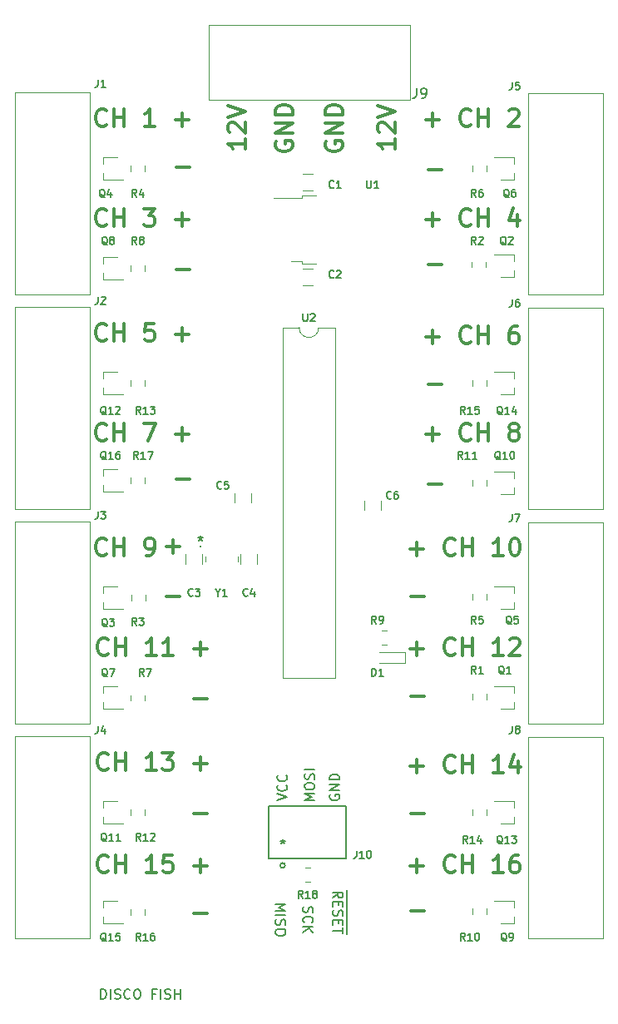
<source format=gbr>
%TF.GenerationSoftware,KiCad,Pcbnew,(5.1.9)-1*%
%TF.CreationDate,2021-06-30T11:02:33-04:00*%
%TF.ProjectId,disco_fish,64697363-6f5f-4666-9973-682e6b696361,rev?*%
%TF.SameCoordinates,Original*%
%TF.FileFunction,Legend,Top*%
%TF.FilePolarity,Positive*%
%FSLAX46Y46*%
G04 Gerber Fmt 4.6, Leading zero omitted, Abs format (unit mm)*
G04 Created by KiCad (PCBNEW (5.1.9)-1) date 2021-06-30 11:02:33*
%MOMM*%
%LPD*%
G01*
G04 APERTURE LIST*
%ADD10C,0.304800*%
%ADD11C,0.150000*%
%ADD12C,0.120000*%
%ADD13C,0.152400*%
%ADD14C,0.127000*%
G04 APERTURE END LIST*
D10*
X173778333Y-54186666D02*
X173778333Y-55202666D01*
X173778333Y-54694666D02*
X172000333Y-54694666D01*
X172254333Y-54864000D01*
X172423666Y-55033333D01*
X172508333Y-55202666D01*
X172169666Y-53509333D02*
X172085000Y-53424666D01*
X172000333Y-53255333D01*
X172000333Y-52832000D01*
X172085000Y-52662666D01*
X172169666Y-52578000D01*
X172339000Y-52493333D01*
X172508333Y-52493333D01*
X172762333Y-52578000D01*
X173778333Y-53594000D01*
X173778333Y-52493333D01*
X172000333Y-51985333D02*
X173778333Y-51392666D01*
X172000333Y-50800000D01*
X158538333Y-54186666D02*
X158538333Y-55202666D01*
X158538333Y-54694666D02*
X156760333Y-54694666D01*
X157014333Y-54864000D01*
X157183666Y-55033333D01*
X157268333Y-55202666D01*
X156929666Y-53509333D02*
X156845000Y-53424666D01*
X156760333Y-53255333D01*
X156760333Y-52832000D01*
X156845000Y-52662666D01*
X156929666Y-52578000D01*
X157099000Y-52493333D01*
X157268333Y-52493333D01*
X157522333Y-52578000D01*
X158538333Y-53594000D01*
X158538333Y-52493333D01*
X156760333Y-51985333D02*
X158538333Y-51392666D01*
X156760333Y-50800000D01*
X166751000Y-54440666D02*
X166666333Y-54610000D01*
X166666333Y-54864000D01*
X166751000Y-55118000D01*
X166920333Y-55287333D01*
X167089666Y-55372000D01*
X167428333Y-55456666D01*
X167682333Y-55456666D01*
X168021000Y-55372000D01*
X168190333Y-55287333D01*
X168359666Y-55118000D01*
X168444333Y-54864000D01*
X168444333Y-54694666D01*
X168359666Y-54440666D01*
X168275000Y-54356000D01*
X167682333Y-54356000D01*
X167682333Y-54694666D01*
X168444333Y-53594000D02*
X166666333Y-53594000D01*
X168444333Y-52578000D01*
X166666333Y-52578000D01*
X168444333Y-51731333D02*
X166666333Y-51731333D01*
X166666333Y-51308000D01*
X166751000Y-51054000D01*
X166920333Y-50884666D01*
X167089666Y-50800000D01*
X167428333Y-50715333D01*
X167682333Y-50715333D01*
X168021000Y-50800000D01*
X168190333Y-50884666D01*
X168359666Y-51054000D01*
X168444333Y-51308000D01*
X168444333Y-51731333D01*
X161671000Y-54440666D02*
X161586333Y-54610000D01*
X161586333Y-54864000D01*
X161671000Y-55118000D01*
X161840333Y-55287333D01*
X162009666Y-55372000D01*
X162348333Y-55456666D01*
X162602333Y-55456666D01*
X162941000Y-55372000D01*
X163110333Y-55287333D01*
X163279666Y-55118000D01*
X163364333Y-54864000D01*
X163364333Y-54694666D01*
X163279666Y-54440666D01*
X163195000Y-54356000D01*
X162602333Y-54356000D01*
X162602333Y-54694666D01*
X163364333Y-53594000D02*
X161586333Y-53594000D01*
X163364333Y-52578000D01*
X161586333Y-52578000D01*
X163364333Y-51731333D02*
X161586333Y-51731333D01*
X161586333Y-51308000D01*
X161671000Y-51054000D01*
X161840333Y-50884666D01*
X162009666Y-50800000D01*
X162348333Y-50715333D01*
X162602333Y-50715333D01*
X162941000Y-50800000D01*
X163110333Y-50884666D01*
X163279666Y-51054000D01*
X163364333Y-51308000D01*
X163364333Y-51731333D01*
D11*
X143780380Y-141676380D02*
X143780380Y-140676380D01*
X144018476Y-140676380D01*
X144161333Y-140724000D01*
X144256571Y-140819238D01*
X144304190Y-140914476D01*
X144351809Y-141104952D01*
X144351809Y-141247809D01*
X144304190Y-141438285D01*
X144256571Y-141533523D01*
X144161333Y-141628761D01*
X144018476Y-141676380D01*
X143780380Y-141676380D01*
X144780380Y-141676380D02*
X144780380Y-140676380D01*
X145208952Y-141628761D02*
X145351809Y-141676380D01*
X145589904Y-141676380D01*
X145685142Y-141628761D01*
X145732761Y-141581142D01*
X145780380Y-141485904D01*
X145780380Y-141390666D01*
X145732761Y-141295428D01*
X145685142Y-141247809D01*
X145589904Y-141200190D01*
X145399428Y-141152571D01*
X145304190Y-141104952D01*
X145256571Y-141057333D01*
X145208952Y-140962095D01*
X145208952Y-140866857D01*
X145256571Y-140771619D01*
X145304190Y-140724000D01*
X145399428Y-140676380D01*
X145637523Y-140676380D01*
X145780380Y-140724000D01*
X146780380Y-141581142D02*
X146732761Y-141628761D01*
X146589904Y-141676380D01*
X146494666Y-141676380D01*
X146351809Y-141628761D01*
X146256571Y-141533523D01*
X146208952Y-141438285D01*
X146161333Y-141247809D01*
X146161333Y-141104952D01*
X146208952Y-140914476D01*
X146256571Y-140819238D01*
X146351809Y-140724000D01*
X146494666Y-140676380D01*
X146589904Y-140676380D01*
X146732761Y-140724000D01*
X146780380Y-140771619D01*
X147399428Y-140676380D02*
X147589904Y-140676380D01*
X147685142Y-140724000D01*
X147780380Y-140819238D01*
X147828000Y-141009714D01*
X147828000Y-141343047D01*
X147780380Y-141533523D01*
X147685142Y-141628761D01*
X147589904Y-141676380D01*
X147399428Y-141676380D01*
X147304190Y-141628761D01*
X147208952Y-141533523D01*
X147161333Y-141343047D01*
X147161333Y-141009714D01*
X147208952Y-140819238D01*
X147304190Y-140724000D01*
X147399428Y-140676380D01*
X149351809Y-141152571D02*
X149018476Y-141152571D01*
X149018476Y-141676380D02*
X149018476Y-140676380D01*
X149494666Y-140676380D01*
X149875619Y-141676380D02*
X149875619Y-140676380D01*
X150304190Y-141628761D02*
X150447047Y-141676380D01*
X150685142Y-141676380D01*
X150780380Y-141628761D01*
X150828000Y-141581142D01*
X150875619Y-141485904D01*
X150875619Y-141390666D01*
X150828000Y-141295428D01*
X150780380Y-141247809D01*
X150685142Y-141200190D01*
X150494666Y-141152571D01*
X150399428Y-141104952D01*
X150351809Y-141057333D01*
X150304190Y-140962095D01*
X150304190Y-140866857D01*
X150351809Y-140771619D01*
X150399428Y-140724000D01*
X150494666Y-140676380D01*
X150732761Y-140676380D01*
X150875619Y-140724000D01*
X151304190Y-141676380D02*
X151304190Y-140676380D01*
X151304190Y-141152571D02*
X151875619Y-141152571D01*
X151875619Y-141676380D02*
X151875619Y-140676380D01*
X168809000Y-130580095D02*
X168809000Y-131580095D01*
X167441619Y-131389619D02*
X167917809Y-131056285D01*
X167441619Y-130818190D02*
X168441619Y-130818190D01*
X168441619Y-131199142D01*
X168394000Y-131294380D01*
X168346380Y-131342000D01*
X168251142Y-131389619D01*
X168108285Y-131389619D01*
X168013047Y-131342000D01*
X167965428Y-131294380D01*
X167917809Y-131199142D01*
X167917809Y-130818190D01*
X168809000Y-131580095D02*
X168809000Y-132484857D01*
X167965428Y-131818190D02*
X167965428Y-132151523D01*
X167441619Y-132294380D02*
X167441619Y-131818190D01*
X168441619Y-131818190D01*
X168441619Y-132294380D01*
X168809000Y-132484857D02*
X168809000Y-133437238D01*
X167489238Y-132675333D02*
X167441619Y-132818190D01*
X167441619Y-133056285D01*
X167489238Y-133151523D01*
X167536857Y-133199142D01*
X167632095Y-133246761D01*
X167727333Y-133246761D01*
X167822571Y-133199142D01*
X167870190Y-133151523D01*
X167917809Y-133056285D01*
X167965428Y-132865809D01*
X168013047Y-132770571D01*
X168060666Y-132722952D01*
X168155904Y-132675333D01*
X168251142Y-132675333D01*
X168346380Y-132722952D01*
X168394000Y-132770571D01*
X168441619Y-132865809D01*
X168441619Y-133103904D01*
X168394000Y-133246761D01*
X168809000Y-133437238D02*
X168809000Y-134342000D01*
X167965428Y-133675333D02*
X167965428Y-134008666D01*
X167441619Y-134151523D02*
X167441619Y-133675333D01*
X168441619Y-133675333D01*
X168441619Y-134151523D01*
X168809000Y-134342000D02*
X168809000Y-135103904D01*
X168441619Y-134437238D02*
X168441619Y-135008666D01*
X167441619Y-134722952D02*
X168441619Y-134722952D01*
X164441238Y-132318285D02*
X164393619Y-132461142D01*
X164393619Y-132699238D01*
X164441238Y-132794476D01*
X164488857Y-132842095D01*
X164584095Y-132889714D01*
X164679333Y-132889714D01*
X164774571Y-132842095D01*
X164822190Y-132794476D01*
X164869809Y-132699238D01*
X164917428Y-132508761D01*
X164965047Y-132413523D01*
X165012666Y-132365904D01*
X165107904Y-132318285D01*
X165203142Y-132318285D01*
X165298380Y-132365904D01*
X165346000Y-132413523D01*
X165393619Y-132508761D01*
X165393619Y-132746857D01*
X165346000Y-132889714D01*
X164488857Y-133889714D02*
X164441238Y-133842095D01*
X164393619Y-133699238D01*
X164393619Y-133604000D01*
X164441238Y-133461142D01*
X164536476Y-133365904D01*
X164631714Y-133318285D01*
X164822190Y-133270666D01*
X164965047Y-133270666D01*
X165155523Y-133318285D01*
X165250761Y-133365904D01*
X165346000Y-133461142D01*
X165393619Y-133604000D01*
X165393619Y-133699238D01*
X165346000Y-133842095D01*
X165298380Y-133889714D01*
X164393619Y-134318285D02*
X165393619Y-134318285D01*
X164393619Y-134889714D02*
X164965047Y-134461142D01*
X165393619Y-134889714D02*
X164822190Y-134318285D01*
X161599619Y-132032571D02*
X162599619Y-132032571D01*
X161885333Y-132365904D01*
X162599619Y-132699238D01*
X161599619Y-132699238D01*
X161599619Y-133175428D02*
X162599619Y-133175428D01*
X161647238Y-133604000D02*
X161599619Y-133746857D01*
X161599619Y-133984952D01*
X161647238Y-134080190D01*
X161694857Y-134127809D01*
X161790095Y-134175428D01*
X161885333Y-134175428D01*
X161980571Y-134127809D01*
X162028190Y-134080190D01*
X162075809Y-133984952D01*
X162123428Y-133794476D01*
X162171047Y-133699238D01*
X162218666Y-133651619D01*
X162313904Y-133604000D01*
X162409142Y-133604000D01*
X162504380Y-133651619D01*
X162552000Y-133699238D01*
X162599619Y-133794476D01*
X162599619Y-134032571D01*
X162552000Y-134175428D01*
X162599619Y-134794476D02*
X162599619Y-134984952D01*
X162552000Y-135080190D01*
X162456761Y-135175428D01*
X162266285Y-135223047D01*
X161932952Y-135223047D01*
X161742476Y-135175428D01*
X161647238Y-135080190D01*
X161599619Y-134984952D01*
X161599619Y-134794476D01*
X161647238Y-134699238D01*
X161742476Y-134604000D01*
X161932952Y-134556380D01*
X162266285Y-134556380D01*
X162456761Y-134604000D01*
X162552000Y-134699238D01*
X162599619Y-134794476D01*
X167140000Y-120903904D02*
X167092380Y-120999142D01*
X167092380Y-121142000D01*
X167140000Y-121284857D01*
X167235238Y-121380095D01*
X167330476Y-121427714D01*
X167520952Y-121475333D01*
X167663809Y-121475333D01*
X167854285Y-121427714D01*
X167949523Y-121380095D01*
X168044761Y-121284857D01*
X168092380Y-121142000D01*
X168092380Y-121046761D01*
X168044761Y-120903904D01*
X167997142Y-120856285D01*
X167663809Y-120856285D01*
X167663809Y-121046761D01*
X168092380Y-120427714D02*
X167092380Y-120427714D01*
X168092380Y-119856285D01*
X167092380Y-119856285D01*
X168092380Y-119380095D02*
X167092380Y-119380095D01*
X167092380Y-119142000D01*
X167140000Y-118999142D01*
X167235238Y-118903904D01*
X167330476Y-118856285D01*
X167520952Y-118808666D01*
X167663809Y-118808666D01*
X167854285Y-118856285D01*
X167949523Y-118903904D01*
X168044761Y-118999142D01*
X168092380Y-119142000D01*
X168092380Y-119380095D01*
X165552380Y-121459428D02*
X164552380Y-121459428D01*
X165266666Y-121126095D01*
X164552380Y-120792761D01*
X165552380Y-120792761D01*
X164552380Y-120126095D02*
X164552380Y-119935619D01*
X164600000Y-119840380D01*
X164695238Y-119745142D01*
X164885714Y-119697523D01*
X165219047Y-119697523D01*
X165409523Y-119745142D01*
X165504761Y-119840380D01*
X165552380Y-119935619D01*
X165552380Y-120126095D01*
X165504761Y-120221333D01*
X165409523Y-120316571D01*
X165219047Y-120364190D01*
X164885714Y-120364190D01*
X164695238Y-120316571D01*
X164600000Y-120221333D01*
X164552380Y-120126095D01*
X165504761Y-119316571D02*
X165552380Y-119173714D01*
X165552380Y-118935619D01*
X165504761Y-118840380D01*
X165457142Y-118792761D01*
X165361904Y-118745142D01*
X165266666Y-118745142D01*
X165171428Y-118792761D01*
X165123809Y-118840380D01*
X165076190Y-118935619D01*
X165028571Y-119126095D01*
X164980952Y-119221333D01*
X164933333Y-119268952D01*
X164838095Y-119316571D01*
X164742857Y-119316571D01*
X164647619Y-119268952D01*
X164600000Y-119221333D01*
X164552380Y-119126095D01*
X164552380Y-118888000D01*
X164600000Y-118745142D01*
X165552380Y-118316571D02*
X164552380Y-118316571D01*
X161758380Y-121475333D02*
X162758380Y-121142000D01*
X161758380Y-120808666D01*
X162663142Y-119903904D02*
X162710761Y-119951523D01*
X162758380Y-120094380D01*
X162758380Y-120189619D01*
X162710761Y-120332476D01*
X162615523Y-120427714D01*
X162520285Y-120475333D01*
X162329809Y-120522952D01*
X162186952Y-120522952D01*
X161996476Y-120475333D01*
X161901238Y-120427714D01*
X161806000Y-120332476D01*
X161758380Y-120189619D01*
X161758380Y-120094380D01*
X161806000Y-119951523D01*
X161853619Y-119903904D01*
X162663142Y-118903904D02*
X162710761Y-118951523D01*
X162758380Y-119094380D01*
X162758380Y-119189619D01*
X162710761Y-119332476D01*
X162615523Y-119427714D01*
X162520285Y-119475333D01*
X162329809Y-119522952D01*
X162186952Y-119522952D01*
X161996476Y-119475333D01*
X161901238Y-119427714D01*
X161806000Y-119332476D01*
X161758380Y-119189619D01*
X161758380Y-119094380D01*
X161806000Y-118951523D01*
X161853619Y-118903904D01*
D10*
X177122666Y-57277000D02*
X178477333Y-57277000D01*
X177122666Y-66929000D02*
X178477333Y-66929000D01*
X177122666Y-79121000D02*
X178477333Y-79121000D01*
X177122666Y-89281000D02*
X178477333Y-89281000D01*
X175344666Y-100711000D02*
X176699333Y-100711000D01*
X175344666Y-110871000D02*
X176699333Y-110871000D01*
X175344666Y-122809000D02*
X176699333Y-122809000D01*
X175344666Y-132715000D02*
X176699333Y-132715000D01*
X153246666Y-132969000D02*
X154601333Y-132969000D01*
X153246666Y-122809000D02*
X154601333Y-122809000D01*
X153246666Y-111125000D02*
X154601333Y-111125000D01*
X150452666Y-100711000D02*
X151807333Y-100711000D01*
X151468666Y-88773000D02*
X152823333Y-88773000D01*
X151468666Y-67437000D02*
X152823333Y-67437000D01*
X151468666Y-57023000D02*
X152823333Y-57023000D01*
X150452666Y-95631000D02*
X151807333Y-95631000D01*
X151130000Y-96308333D02*
X151130000Y-94953666D01*
X175302333Y-128143000D02*
X176657000Y-128143000D01*
X175979666Y-128820333D02*
X175979666Y-127465666D01*
X179874333Y-128651000D02*
X179789666Y-128735666D01*
X179535666Y-128820333D01*
X179366333Y-128820333D01*
X179112333Y-128735666D01*
X178943000Y-128566333D01*
X178858333Y-128397000D01*
X178773666Y-128058333D01*
X178773666Y-127804333D01*
X178858333Y-127465666D01*
X178943000Y-127296333D01*
X179112333Y-127127000D01*
X179366333Y-127042333D01*
X179535666Y-127042333D01*
X179789666Y-127127000D01*
X179874333Y-127211666D01*
X180636333Y-128820333D02*
X180636333Y-127042333D01*
X180636333Y-127889000D02*
X181652333Y-127889000D01*
X181652333Y-128820333D02*
X181652333Y-127042333D01*
X184785000Y-128820333D02*
X183769000Y-128820333D01*
X184277000Y-128820333D02*
X184277000Y-127042333D01*
X184107666Y-127296333D01*
X183938333Y-127465666D01*
X183769000Y-127550333D01*
X186309000Y-127042333D02*
X185970333Y-127042333D01*
X185801000Y-127127000D01*
X185716333Y-127211666D01*
X185547000Y-127465666D01*
X185462333Y-127804333D01*
X185462333Y-128481666D01*
X185547000Y-128651000D01*
X185631666Y-128735666D01*
X185801000Y-128820333D01*
X186139666Y-128820333D01*
X186309000Y-128735666D01*
X186393666Y-128651000D01*
X186478333Y-128481666D01*
X186478333Y-128058333D01*
X186393666Y-127889000D01*
X186309000Y-127804333D01*
X186139666Y-127719666D01*
X185801000Y-127719666D01*
X185631666Y-127804333D01*
X185547000Y-127889000D01*
X185462333Y-128058333D01*
X175302333Y-117983000D02*
X176657000Y-117983000D01*
X175979666Y-118660333D02*
X175979666Y-117305666D01*
X179874333Y-118491000D02*
X179789666Y-118575666D01*
X179535666Y-118660333D01*
X179366333Y-118660333D01*
X179112333Y-118575666D01*
X178943000Y-118406333D01*
X178858333Y-118237000D01*
X178773666Y-117898333D01*
X178773666Y-117644333D01*
X178858333Y-117305666D01*
X178943000Y-117136333D01*
X179112333Y-116967000D01*
X179366333Y-116882333D01*
X179535666Y-116882333D01*
X179789666Y-116967000D01*
X179874333Y-117051666D01*
X180636333Y-118660333D02*
X180636333Y-116882333D01*
X180636333Y-117729000D02*
X181652333Y-117729000D01*
X181652333Y-118660333D02*
X181652333Y-116882333D01*
X184785000Y-118660333D02*
X183769000Y-118660333D01*
X184277000Y-118660333D02*
X184277000Y-116882333D01*
X184107666Y-117136333D01*
X183938333Y-117305666D01*
X183769000Y-117390333D01*
X186309000Y-117475000D02*
X186309000Y-118660333D01*
X185885666Y-116797666D02*
X185462333Y-118067666D01*
X186563000Y-118067666D01*
X175302333Y-106045000D02*
X176657000Y-106045000D01*
X175979666Y-106722333D02*
X175979666Y-105367666D01*
X179874333Y-106553000D02*
X179789666Y-106637666D01*
X179535666Y-106722333D01*
X179366333Y-106722333D01*
X179112333Y-106637666D01*
X178943000Y-106468333D01*
X178858333Y-106299000D01*
X178773666Y-105960333D01*
X178773666Y-105706333D01*
X178858333Y-105367666D01*
X178943000Y-105198333D01*
X179112333Y-105029000D01*
X179366333Y-104944333D01*
X179535666Y-104944333D01*
X179789666Y-105029000D01*
X179874333Y-105113666D01*
X180636333Y-106722333D02*
X180636333Y-104944333D01*
X180636333Y-105791000D02*
X181652333Y-105791000D01*
X181652333Y-106722333D02*
X181652333Y-104944333D01*
X184785000Y-106722333D02*
X183769000Y-106722333D01*
X184277000Y-106722333D02*
X184277000Y-104944333D01*
X184107666Y-105198333D01*
X183938333Y-105367666D01*
X183769000Y-105452333D01*
X185462333Y-105113666D02*
X185547000Y-105029000D01*
X185716333Y-104944333D01*
X186139666Y-104944333D01*
X186309000Y-105029000D01*
X186393666Y-105113666D01*
X186478333Y-105283000D01*
X186478333Y-105452333D01*
X186393666Y-105706333D01*
X185377666Y-106722333D01*
X186478333Y-106722333D01*
X175302333Y-95885000D02*
X176657000Y-95885000D01*
X175979666Y-96562333D02*
X175979666Y-95207666D01*
X179874333Y-96393000D02*
X179789666Y-96477666D01*
X179535666Y-96562333D01*
X179366333Y-96562333D01*
X179112333Y-96477666D01*
X178943000Y-96308333D01*
X178858333Y-96139000D01*
X178773666Y-95800333D01*
X178773666Y-95546333D01*
X178858333Y-95207666D01*
X178943000Y-95038333D01*
X179112333Y-94869000D01*
X179366333Y-94784333D01*
X179535666Y-94784333D01*
X179789666Y-94869000D01*
X179874333Y-94953666D01*
X180636333Y-96562333D02*
X180636333Y-94784333D01*
X180636333Y-95631000D02*
X181652333Y-95631000D01*
X181652333Y-96562333D02*
X181652333Y-94784333D01*
X184785000Y-96562333D02*
X183769000Y-96562333D01*
X184277000Y-96562333D02*
X184277000Y-94784333D01*
X184107666Y-95038333D01*
X183938333Y-95207666D01*
X183769000Y-95292333D01*
X185885666Y-94784333D02*
X186055000Y-94784333D01*
X186224333Y-94869000D01*
X186309000Y-94953666D01*
X186393666Y-95123000D01*
X186478333Y-95461666D01*
X186478333Y-95885000D01*
X186393666Y-96223666D01*
X186309000Y-96393000D01*
X186224333Y-96477666D01*
X186055000Y-96562333D01*
X185885666Y-96562333D01*
X185716333Y-96477666D01*
X185631666Y-96393000D01*
X185547000Y-96223666D01*
X185462333Y-95885000D01*
X185462333Y-95461666D01*
X185547000Y-95123000D01*
X185631666Y-94953666D01*
X185716333Y-94869000D01*
X185885666Y-94784333D01*
X176911000Y-84201000D02*
X178265666Y-84201000D01*
X177588333Y-84878333D02*
X177588333Y-83523666D01*
X181483000Y-84709000D02*
X181398333Y-84793666D01*
X181144333Y-84878333D01*
X180975000Y-84878333D01*
X180721000Y-84793666D01*
X180551666Y-84624333D01*
X180467000Y-84455000D01*
X180382333Y-84116333D01*
X180382333Y-83862333D01*
X180467000Y-83523666D01*
X180551666Y-83354333D01*
X180721000Y-83185000D01*
X180975000Y-83100333D01*
X181144333Y-83100333D01*
X181398333Y-83185000D01*
X181483000Y-83269666D01*
X182245000Y-84878333D02*
X182245000Y-83100333D01*
X182245000Y-83947000D02*
X183261000Y-83947000D01*
X183261000Y-84878333D02*
X183261000Y-83100333D01*
X185716333Y-83862333D02*
X185547000Y-83777666D01*
X185462333Y-83693000D01*
X185377666Y-83523666D01*
X185377666Y-83439000D01*
X185462333Y-83269666D01*
X185547000Y-83185000D01*
X185716333Y-83100333D01*
X186055000Y-83100333D01*
X186224333Y-83185000D01*
X186309000Y-83269666D01*
X186393666Y-83439000D01*
X186393666Y-83523666D01*
X186309000Y-83693000D01*
X186224333Y-83777666D01*
X186055000Y-83862333D01*
X185716333Y-83862333D01*
X185547000Y-83947000D01*
X185462333Y-84031666D01*
X185377666Y-84201000D01*
X185377666Y-84539666D01*
X185462333Y-84709000D01*
X185547000Y-84793666D01*
X185716333Y-84878333D01*
X186055000Y-84878333D01*
X186224333Y-84793666D01*
X186309000Y-84709000D01*
X186393666Y-84539666D01*
X186393666Y-84201000D01*
X186309000Y-84031666D01*
X186224333Y-83947000D01*
X186055000Y-83862333D01*
X176911000Y-74295000D02*
X178265666Y-74295000D01*
X177588333Y-74972333D02*
X177588333Y-73617666D01*
X181483000Y-74803000D02*
X181398333Y-74887666D01*
X181144333Y-74972333D01*
X180975000Y-74972333D01*
X180721000Y-74887666D01*
X180551666Y-74718333D01*
X180467000Y-74549000D01*
X180382333Y-74210333D01*
X180382333Y-73956333D01*
X180467000Y-73617666D01*
X180551666Y-73448333D01*
X180721000Y-73279000D01*
X180975000Y-73194333D01*
X181144333Y-73194333D01*
X181398333Y-73279000D01*
X181483000Y-73363666D01*
X182245000Y-74972333D02*
X182245000Y-73194333D01*
X182245000Y-74041000D02*
X183261000Y-74041000D01*
X183261000Y-74972333D02*
X183261000Y-73194333D01*
X186224333Y-73194333D02*
X185885666Y-73194333D01*
X185716333Y-73279000D01*
X185631666Y-73363666D01*
X185462333Y-73617666D01*
X185377666Y-73956333D01*
X185377666Y-74633666D01*
X185462333Y-74803000D01*
X185547000Y-74887666D01*
X185716333Y-74972333D01*
X186055000Y-74972333D01*
X186224333Y-74887666D01*
X186309000Y-74803000D01*
X186393666Y-74633666D01*
X186393666Y-74210333D01*
X186309000Y-74041000D01*
X186224333Y-73956333D01*
X186055000Y-73871666D01*
X185716333Y-73871666D01*
X185547000Y-73956333D01*
X185462333Y-74041000D01*
X185377666Y-74210333D01*
X176911000Y-62357000D02*
X178265666Y-62357000D01*
X177588333Y-63034333D02*
X177588333Y-61679666D01*
X181483000Y-62865000D02*
X181398333Y-62949666D01*
X181144333Y-63034333D01*
X180975000Y-63034333D01*
X180721000Y-62949666D01*
X180551666Y-62780333D01*
X180467000Y-62611000D01*
X180382333Y-62272333D01*
X180382333Y-62018333D01*
X180467000Y-61679666D01*
X180551666Y-61510333D01*
X180721000Y-61341000D01*
X180975000Y-61256333D01*
X181144333Y-61256333D01*
X181398333Y-61341000D01*
X181483000Y-61425666D01*
X182245000Y-63034333D02*
X182245000Y-61256333D01*
X182245000Y-62103000D02*
X183261000Y-62103000D01*
X183261000Y-63034333D02*
X183261000Y-61256333D01*
X186224333Y-61849000D02*
X186224333Y-63034333D01*
X185801000Y-61171666D02*
X185377666Y-62441666D01*
X186478333Y-62441666D01*
X144568333Y-128651000D02*
X144483666Y-128735666D01*
X144229666Y-128820333D01*
X144060333Y-128820333D01*
X143806333Y-128735666D01*
X143637000Y-128566333D01*
X143552333Y-128397000D01*
X143467666Y-128058333D01*
X143467666Y-127804333D01*
X143552333Y-127465666D01*
X143637000Y-127296333D01*
X143806333Y-127127000D01*
X144060333Y-127042333D01*
X144229666Y-127042333D01*
X144483666Y-127127000D01*
X144568333Y-127211666D01*
X145330333Y-128820333D02*
X145330333Y-127042333D01*
X145330333Y-127889000D02*
X146346333Y-127889000D01*
X146346333Y-128820333D02*
X146346333Y-127042333D01*
X149479000Y-128820333D02*
X148463000Y-128820333D01*
X148971000Y-128820333D02*
X148971000Y-127042333D01*
X148801666Y-127296333D01*
X148632333Y-127465666D01*
X148463000Y-127550333D01*
X151087666Y-127042333D02*
X150241000Y-127042333D01*
X150156333Y-127889000D01*
X150241000Y-127804333D01*
X150410333Y-127719666D01*
X150833666Y-127719666D01*
X151003000Y-127804333D01*
X151087666Y-127889000D01*
X151172333Y-128058333D01*
X151172333Y-128481666D01*
X151087666Y-128651000D01*
X151003000Y-128735666D01*
X150833666Y-128820333D01*
X150410333Y-128820333D01*
X150241000Y-128735666D01*
X150156333Y-128651000D01*
X153289000Y-128143000D02*
X154643666Y-128143000D01*
X153966333Y-128820333D02*
X153966333Y-127465666D01*
X144568333Y-118237000D02*
X144483666Y-118321666D01*
X144229666Y-118406333D01*
X144060333Y-118406333D01*
X143806333Y-118321666D01*
X143637000Y-118152333D01*
X143552333Y-117983000D01*
X143467666Y-117644333D01*
X143467666Y-117390333D01*
X143552333Y-117051666D01*
X143637000Y-116882333D01*
X143806333Y-116713000D01*
X144060333Y-116628333D01*
X144229666Y-116628333D01*
X144483666Y-116713000D01*
X144568333Y-116797666D01*
X145330333Y-118406333D02*
X145330333Y-116628333D01*
X145330333Y-117475000D02*
X146346333Y-117475000D01*
X146346333Y-118406333D02*
X146346333Y-116628333D01*
X149479000Y-118406333D02*
X148463000Y-118406333D01*
X148971000Y-118406333D02*
X148971000Y-116628333D01*
X148801666Y-116882333D01*
X148632333Y-117051666D01*
X148463000Y-117136333D01*
X150071666Y-116628333D02*
X151172333Y-116628333D01*
X150579666Y-117305666D01*
X150833666Y-117305666D01*
X151003000Y-117390333D01*
X151087666Y-117475000D01*
X151172333Y-117644333D01*
X151172333Y-118067666D01*
X151087666Y-118237000D01*
X151003000Y-118321666D01*
X150833666Y-118406333D01*
X150325666Y-118406333D01*
X150156333Y-118321666D01*
X150071666Y-118237000D01*
X153289000Y-117729000D02*
X154643666Y-117729000D01*
X153966333Y-118406333D02*
X153966333Y-117051666D01*
X144568333Y-106553000D02*
X144483666Y-106637666D01*
X144229666Y-106722333D01*
X144060333Y-106722333D01*
X143806333Y-106637666D01*
X143637000Y-106468333D01*
X143552333Y-106299000D01*
X143467666Y-105960333D01*
X143467666Y-105706333D01*
X143552333Y-105367666D01*
X143637000Y-105198333D01*
X143806333Y-105029000D01*
X144060333Y-104944333D01*
X144229666Y-104944333D01*
X144483666Y-105029000D01*
X144568333Y-105113666D01*
X145330333Y-106722333D02*
X145330333Y-104944333D01*
X145330333Y-105791000D02*
X146346333Y-105791000D01*
X146346333Y-106722333D02*
X146346333Y-104944333D01*
X149479000Y-106722333D02*
X148463000Y-106722333D01*
X148971000Y-106722333D02*
X148971000Y-104944333D01*
X148801666Y-105198333D01*
X148632333Y-105367666D01*
X148463000Y-105452333D01*
X151172333Y-106722333D02*
X150156333Y-106722333D01*
X150664333Y-106722333D02*
X150664333Y-104944333D01*
X150495000Y-105198333D01*
X150325666Y-105367666D01*
X150156333Y-105452333D01*
X153289000Y-106045000D02*
X154643666Y-106045000D01*
X153966333Y-106722333D02*
X153966333Y-105367666D01*
X144399000Y-96393000D02*
X144314333Y-96477666D01*
X144060333Y-96562333D01*
X143891000Y-96562333D01*
X143637000Y-96477666D01*
X143467666Y-96308333D01*
X143383000Y-96139000D01*
X143298333Y-95800333D01*
X143298333Y-95546333D01*
X143383000Y-95207666D01*
X143467666Y-95038333D01*
X143637000Y-94869000D01*
X143891000Y-94784333D01*
X144060333Y-94784333D01*
X144314333Y-94869000D01*
X144399000Y-94953666D01*
X145161000Y-96562333D02*
X145161000Y-94784333D01*
X145161000Y-95631000D02*
X146177000Y-95631000D01*
X146177000Y-96562333D02*
X146177000Y-94784333D01*
X148463000Y-96562333D02*
X148801666Y-96562333D01*
X148971000Y-96477666D01*
X149055666Y-96393000D01*
X149225000Y-96139000D01*
X149309666Y-95800333D01*
X149309666Y-95123000D01*
X149225000Y-94953666D01*
X149140333Y-94869000D01*
X148971000Y-94784333D01*
X148632333Y-94784333D01*
X148463000Y-94869000D01*
X148378333Y-94953666D01*
X148293666Y-95123000D01*
X148293666Y-95546333D01*
X148378333Y-95715666D01*
X148463000Y-95800333D01*
X148632333Y-95885000D01*
X148971000Y-95885000D01*
X149140333Y-95800333D01*
X149225000Y-95715666D01*
X149309666Y-95546333D01*
X144399000Y-84709000D02*
X144314333Y-84793666D01*
X144060333Y-84878333D01*
X143891000Y-84878333D01*
X143637000Y-84793666D01*
X143467666Y-84624333D01*
X143383000Y-84455000D01*
X143298333Y-84116333D01*
X143298333Y-83862333D01*
X143383000Y-83523666D01*
X143467666Y-83354333D01*
X143637000Y-83185000D01*
X143891000Y-83100333D01*
X144060333Y-83100333D01*
X144314333Y-83185000D01*
X144399000Y-83269666D01*
X145161000Y-84878333D02*
X145161000Y-83100333D01*
X145161000Y-83947000D02*
X146177000Y-83947000D01*
X146177000Y-84878333D02*
X146177000Y-83100333D01*
X148209000Y-83100333D02*
X149394333Y-83100333D01*
X148632333Y-84878333D01*
X151426333Y-84201000D02*
X152781000Y-84201000D01*
X152103666Y-84878333D02*
X152103666Y-83523666D01*
X144399000Y-74549000D02*
X144314333Y-74633666D01*
X144060333Y-74718333D01*
X143891000Y-74718333D01*
X143637000Y-74633666D01*
X143467666Y-74464333D01*
X143383000Y-74295000D01*
X143298333Y-73956333D01*
X143298333Y-73702333D01*
X143383000Y-73363666D01*
X143467666Y-73194333D01*
X143637000Y-73025000D01*
X143891000Y-72940333D01*
X144060333Y-72940333D01*
X144314333Y-73025000D01*
X144399000Y-73109666D01*
X145161000Y-74718333D02*
X145161000Y-72940333D01*
X145161000Y-73787000D02*
X146177000Y-73787000D01*
X146177000Y-74718333D02*
X146177000Y-72940333D01*
X149225000Y-72940333D02*
X148378333Y-72940333D01*
X148293666Y-73787000D01*
X148378333Y-73702333D01*
X148547666Y-73617666D01*
X148971000Y-73617666D01*
X149140333Y-73702333D01*
X149225000Y-73787000D01*
X149309666Y-73956333D01*
X149309666Y-74379666D01*
X149225000Y-74549000D01*
X149140333Y-74633666D01*
X148971000Y-74718333D01*
X148547666Y-74718333D01*
X148378333Y-74633666D01*
X148293666Y-74549000D01*
X151426333Y-74041000D02*
X152781000Y-74041000D01*
X152103666Y-74718333D02*
X152103666Y-73363666D01*
X144399000Y-62865000D02*
X144314333Y-62949666D01*
X144060333Y-63034333D01*
X143891000Y-63034333D01*
X143637000Y-62949666D01*
X143467666Y-62780333D01*
X143383000Y-62611000D01*
X143298333Y-62272333D01*
X143298333Y-62018333D01*
X143383000Y-61679666D01*
X143467666Y-61510333D01*
X143637000Y-61341000D01*
X143891000Y-61256333D01*
X144060333Y-61256333D01*
X144314333Y-61341000D01*
X144399000Y-61425666D01*
X145161000Y-63034333D02*
X145161000Y-61256333D01*
X145161000Y-62103000D02*
X146177000Y-62103000D01*
X146177000Y-63034333D02*
X146177000Y-61256333D01*
X148209000Y-61256333D02*
X149309666Y-61256333D01*
X148717000Y-61933666D01*
X148971000Y-61933666D01*
X149140333Y-62018333D01*
X149225000Y-62103000D01*
X149309666Y-62272333D01*
X149309666Y-62695666D01*
X149225000Y-62865000D01*
X149140333Y-62949666D01*
X148971000Y-63034333D01*
X148463000Y-63034333D01*
X148293666Y-62949666D01*
X148209000Y-62865000D01*
X151426333Y-62357000D02*
X152781000Y-62357000D01*
X152103666Y-63034333D02*
X152103666Y-61679666D01*
X176911000Y-52197000D02*
X178265666Y-52197000D01*
X177588333Y-52874333D02*
X177588333Y-51519666D01*
X181483000Y-52705000D02*
X181398333Y-52789666D01*
X181144333Y-52874333D01*
X180975000Y-52874333D01*
X180721000Y-52789666D01*
X180551666Y-52620333D01*
X180467000Y-52451000D01*
X180382333Y-52112333D01*
X180382333Y-51858333D01*
X180467000Y-51519666D01*
X180551666Y-51350333D01*
X180721000Y-51181000D01*
X180975000Y-51096333D01*
X181144333Y-51096333D01*
X181398333Y-51181000D01*
X181483000Y-51265666D01*
X182245000Y-52874333D02*
X182245000Y-51096333D01*
X182245000Y-51943000D02*
X183261000Y-51943000D01*
X183261000Y-52874333D02*
X183261000Y-51096333D01*
X185377666Y-51265666D02*
X185462333Y-51181000D01*
X185631666Y-51096333D01*
X186055000Y-51096333D01*
X186224333Y-51181000D01*
X186309000Y-51265666D01*
X186393666Y-51435000D01*
X186393666Y-51604333D01*
X186309000Y-51858333D01*
X185293000Y-52874333D01*
X186393666Y-52874333D01*
X144399000Y-52705000D02*
X144314333Y-52789666D01*
X144060333Y-52874333D01*
X143891000Y-52874333D01*
X143637000Y-52789666D01*
X143467666Y-52620333D01*
X143383000Y-52451000D01*
X143298333Y-52112333D01*
X143298333Y-51858333D01*
X143383000Y-51519666D01*
X143467666Y-51350333D01*
X143637000Y-51181000D01*
X143891000Y-51096333D01*
X144060333Y-51096333D01*
X144314333Y-51181000D01*
X144399000Y-51265666D01*
X145161000Y-52874333D02*
X145161000Y-51096333D01*
X145161000Y-51943000D02*
X146177000Y-51943000D01*
X146177000Y-52874333D02*
X146177000Y-51096333D01*
X149309666Y-52874333D02*
X148293666Y-52874333D01*
X148801666Y-52874333D02*
X148801666Y-51096333D01*
X148632333Y-51350333D01*
X148463000Y-51519666D01*
X148293666Y-51604333D01*
X151426333Y-52197000D02*
X152781000Y-52197000D01*
X152103666Y-52874333D02*
X152103666Y-51519666D01*
D12*
%TO.C,U2*%
X163973000Y-73346000D02*
X162323000Y-73346000D01*
X162323000Y-73346000D02*
X162323000Y-109026000D01*
X162323000Y-109026000D02*
X167623000Y-109026000D01*
X167623000Y-109026000D02*
X167623000Y-73346000D01*
X167623000Y-73346000D02*
X165973000Y-73346000D01*
X165973000Y-73346000D02*
G75*
G02*
X163973000Y-73346000I-1000000J0D01*
G01*
%TO.C,C1*%
X165346000Y-57697000D02*
X164346000Y-57697000D01*
X164346000Y-59397000D02*
X165346000Y-59397000D01*
%TO.C,C2*%
X165346000Y-67349000D02*
X164346000Y-67349000D01*
X164346000Y-69049000D02*
X165346000Y-69049000D01*
%TO.C,C3*%
X154139000Y-97401000D02*
X154139000Y-96401000D01*
X152439000Y-96401000D02*
X152439000Y-97401000D01*
%TO.C,C4*%
X159727000Y-97401000D02*
X159727000Y-96401000D01*
X158027000Y-96401000D02*
X158027000Y-97401000D01*
%TO.C,C5*%
X157392000Y-90178000D02*
X157392000Y-91178000D01*
X159092000Y-91178000D02*
X159092000Y-90178000D01*
%TO.C,C6*%
X170600000Y-90940000D02*
X170600000Y-91940000D01*
X172300000Y-91940000D02*
X172300000Y-90940000D01*
%TO.C,D1*%
X174774000Y-107484000D02*
X174774000Y-106384000D01*
X174774000Y-106384000D02*
X172174000Y-106384000D01*
X174774000Y-107484000D02*
X172174000Y-107484000D01*
D13*
%TO.C,J10*%
X162560000Y-128092200D02*
G75*
G03*
X162560000Y-128092200I-254000J0D01*
G01*
X160909000Y-122047000D02*
X160909000Y-127381000D01*
X168783000Y-122047000D02*
X160909000Y-122047000D01*
X168783000Y-127381000D02*
X168783000Y-122047000D01*
X160909000Y-127381000D02*
X168783000Y-127381000D01*
D12*
%TO.C,J1*%
X142693500Y-49447000D02*
X142693500Y-69947000D01*
X135093500Y-49447000D02*
X135093500Y-69947000D01*
X135093500Y-49447000D02*
X142693500Y-49447000D01*
X142693500Y-69947000D02*
X135093500Y-69947000D01*
%TO.C,J2*%
X142693500Y-91791000D02*
X135093500Y-91791000D01*
X135093500Y-71291000D02*
X142693500Y-71291000D01*
X135093500Y-71291000D02*
X135093500Y-91791000D01*
X142693500Y-71291000D02*
X142693500Y-91791000D01*
%TO.C,J3*%
X142693500Y-93135000D02*
X142693500Y-113635000D01*
X135093500Y-93135000D02*
X135093500Y-113635000D01*
X135093500Y-93135000D02*
X142693500Y-93135000D01*
X142693500Y-113635000D02*
X135093500Y-113635000D01*
%TO.C,J4*%
X142693500Y-135479000D02*
X135093500Y-135479000D01*
X135093500Y-114979000D02*
X142693500Y-114979000D01*
X135093500Y-114979000D02*
X135093500Y-135479000D01*
X142693500Y-114979000D02*
X142693500Y-135479000D01*
%TO.C,J5*%
X187316000Y-69958400D02*
X187316000Y-49458400D01*
X194916000Y-69958400D02*
X194916000Y-49458400D01*
X194916000Y-69958400D02*
X187316000Y-69958400D01*
X187316000Y-49458400D02*
X194916000Y-49458400D01*
%TO.C,J6*%
X187316000Y-71302400D02*
X194916000Y-71302400D01*
X194916000Y-91802400D02*
X187316000Y-91802400D01*
X194916000Y-91802400D02*
X194916000Y-71302400D01*
X187316000Y-91802400D02*
X187316000Y-71302400D01*
%TO.C,J7*%
X187316000Y-113646400D02*
X187316000Y-93146400D01*
X194916000Y-113646400D02*
X194916000Y-93146400D01*
X194916000Y-113646400D02*
X187316000Y-113646400D01*
X187316000Y-93146400D02*
X194916000Y-93146400D01*
%TO.C,J8*%
X187316000Y-114990400D02*
X194916000Y-114990400D01*
X194916000Y-135490400D02*
X187316000Y-135490400D01*
X194916000Y-135490400D02*
X194916000Y-114990400D01*
X187316000Y-135490400D02*
X187316000Y-114990400D01*
%TO.C,Q1*%
X184486000Y-112158000D02*
X185896000Y-112158000D01*
X185896000Y-109838000D02*
X183866000Y-109838000D01*
X185896000Y-109838000D02*
X185896000Y-110498000D01*
X185896000Y-111498000D02*
X185896000Y-112158000D01*
%TO.C,Q2*%
X185896000Y-67556000D02*
X185896000Y-68216000D01*
X185896000Y-65896000D02*
X185896000Y-66556000D01*
X185896000Y-65896000D02*
X183866000Y-65896000D01*
X184486000Y-68216000D02*
X185896000Y-68216000D01*
%TO.C,Q3*%
X145460000Y-99678000D02*
X144050000Y-99678000D01*
X144050000Y-101998000D02*
X146080000Y-101998000D01*
X144050000Y-101998000D02*
X144050000Y-101338000D01*
X144050000Y-100338000D02*
X144050000Y-99678000D01*
%TO.C,Q4*%
X144050000Y-56650000D02*
X144050000Y-55990000D01*
X144050000Y-58310000D02*
X144050000Y-57650000D01*
X144050000Y-58310000D02*
X146080000Y-58310000D01*
X145460000Y-55990000D02*
X144050000Y-55990000D01*
%TO.C,Q5*%
X185896000Y-101338000D02*
X185896000Y-101998000D01*
X185896000Y-99678000D02*
X185896000Y-100338000D01*
X185896000Y-99678000D02*
X183866000Y-99678000D01*
X184486000Y-101998000D02*
X185896000Y-101998000D01*
%TO.C,Q6*%
X184486000Y-58310000D02*
X185896000Y-58310000D01*
X185896000Y-55990000D02*
X183866000Y-55990000D01*
X185896000Y-55990000D02*
X185896000Y-56650000D01*
X185896000Y-57650000D02*
X185896000Y-58310000D01*
%TO.C,Q7*%
X144050000Y-110498000D02*
X144050000Y-109838000D01*
X144050000Y-112158000D02*
X144050000Y-111498000D01*
X144050000Y-112158000D02*
X146080000Y-112158000D01*
X145460000Y-109838000D02*
X144050000Y-109838000D01*
%TO.C,Q8*%
X145460000Y-66150000D02*
X144050000Y-66150000D01*
X144050000Y-68470000D02*
X146080000Y-68470000D01*
X144050000Y-68470000D02*
X144050000Y-67810000D01*
X144050000Y-66810000D02*
X144050000Y-66150000D01*
%TO.C,Q9*%
X185896000Y-133342000D02*
X185896000Y-134002000D01*
X185896000Y-131682000D02*
X185896000Y-132342000D01*
X185896000Y-131682000D02*
X183866000Y-131682000D01*
X184486000Y-134002000D02*
X185896000Y-134002000D01*
%TO.C,Q10*%
X184486000Y-90314000D02*
X185896000Y-90314000D01*
X185896000Y-87994000D02*
X183866000Y-87994000D01*
X185896000Y-87994000D02*
X185896000Y-88654000D01*
X185896000Y-89654000D02*
X185896000Y-90314000D01*
%TO.C,Q11*%
X144050000Y-122182000D02*
X144050000Y-121522000D01*
X144050000Y-123842000D02*
X144050000Y-123182000D01*
X144050000Y-123842000D02*
X146080000Y-123842000D01*
X145460000Y-121522000D02*
X144050000Y-121522000D01*
%TO.C,Q12*%
X145460000Y-77834000D02*
X144050000Y-77834000D01*
X144050000Y-80154000D02*
X146080000Y-80154000D01*
X144050000Y-80154000D02*
X144050000Y-79494000D01*
X144050000Y-78494000D02*
X144050000Y-77834000D01*
%TO.C,Q13*%
X185896000Y-123182000D02*
X185896000Y-123842000D01*
X185896000Y-121522000D02*
X185896000Y-122182000D01*
X185896000Y-121522000D02*
X183866000Y-121522000D01*
X184486000Y-123842000D02*
X185896000Y-123842000D01*
%TO.C,Q14*%
X184486000Y-80154000D02*
X185896000Y-80154000D01*
X185896000Y-77834000D02*
X183866000Y-77834000D01*
X185896000Y-77834000D02*
X185896000Y-78494000D01*
X185896000Y-79494000D02*
X185896000Y-80154000D01*
%TO.C,Q15*%
X144050000Y-132342000D02*
X144050000Y-131682000D01*
X144050000Y-134002000D02*
X144050000Y-133342000D01*
X144050000Y-134002000D02*
X146080000Y-134002000D01*
X145460000Y-131682000D02*
X144050000Y-131682000D01*
%TO.C,Q16*%
X145460000Y-87740000D02*
X144050000Y-87740000D01*
X144050000Y-90060000D02*
X146080000Y-90060000D01*
X144050000Y-90060000D02*
X144050000Y-89400000D01*
X144050000Y-88400000D02*
X144050000Y-87740000D01*
%TO.C,R1*%
X183082000Y-110660922D02*
X183082000Y-111178078D01*
X181662000Y-110660922D02*
X181662000Y-111178078D01*
%TO.C,R2*%
X181535000Y-66670422D02*
X181535000Y-67187578D01*
X182955000Y-66670422D02*
X182955000Y-67187578D01*
%TO.C,R3*%
X146907001Y-101096578D02*
X146907001Y-100579422D01*
X148327001Y-101096578D02*
X148327001Y-100579422D01*
%TO.C,R4*%
X146864000Y-57408578D02*
X146864000Y-56891422D01*
X148284000Y-57408578D02*
X148284000Y-56891422D01*
%TO.C,R5*%
X183082000Y-100500922D02*
X183082000Y-101018078D01*
X181662000Y-100500922D02*
X181662000Y-101018078D01*
%TO.C,R6*%
X181662000Y-56891422D02*
X181662000Y-57408578D01*
X183082000Y-56891422D02*
X183082000Y-57408578D01*
%TO.C,R7*%
X146864000Y-111335078D02*
X146864000Y-110817922D01*
X148284000Y-111335078D02*
X148284000Y-110817922D01*
%TO.C,R8*%
X146864000Y-67568578D02*
X146864000Y-67051422D01*
X148284000Y-67568578D02*
X148284000Y-67051422D01*
%TO.C,R9*%
X172900078Y-104192000D02*
X172382922Y-104192000D01*
X172900078Y-105612000D02*
X172382922Y-105612000D01*
%TO.C,R10*%
X183082000Y-132504922D02*
X183082000Y-133022078D01*
X181662000Y-132504922D02*
X181662000Y-133022078D01*
%TO.C,R11*%
X181662000Y-88895422D02*
X181662000Y-89412578D01*
X183082000Y-88895422D02*
X183082000Y-89412578D01*
%TO.C,R12*%
X148284000Y-122940578D02*
X148284000Y-122423422D01*
X146864000Y-122940578D02*
X146864000Y-122423422D01*
%TO.C,R13*%
X146864000Y-79252578D02*
X146864000Y-78735422D01*
X148284000Y-79252578D02*
X148284000Y-78735422D01*
%TO.C,R14*%
X183082000Y-122423422D02*
X183082000Y-122940578D01*
X181662000Y-122423422D02*
X181662000Y-122940578D01*
%TO.C,R15*%
X181662000Y-78735422D02*
X181662000Y-79252578D01*
X183082000Y-78735422D02*
X183082000Y-79252578D01*
%TO.C,R16*%
X148284000Y-133100578D02*
X148284000Y-132583422D01*
X146864000Y-133100578D02*
X146864000Y-132583422D01*
%TO.C,R17*%
X148284000Y-89158578D02*
X148284000Y-88641422D01*
X146864000Y-89158578D02*
X146864000Y-88641422D01*
%TO.C,R18*%
X164587422Y-129742000D02*
X165104578Y-129742000D01*
X164587422Y-128322000D02*
X165104578Y-128322000D01*
%TO.C,U1*%
X165737000Y-59922000D02*
X164237000Y-59922000D01*
X164237000Y-59922000D02*
X164237000Y-60192000D01*
X164237000Y-60192000D02*
X161407000Y-60192000D01*
X165737000Y-66822000D02*
X164237000Y-66822000D01*
X164237000Y-66822000D02*
X164237000Y-66552000D01*
X164237000Y-66552000D02*
X163137000Y-66552000D01*
%TO.C,Y1*%
X154000200Y-95631000D02*
G75*
G03*
X154000200Y-95631000I-76200J0D01*
G01*
X154406600Y-96684142D02*
X154406600Y-97117858D01*
X157759400Y-97117858D02*
X157759400Y-96684142D01*
%TO.C,J9*%
X175263000Y-50174000D02*
X154763000Y-50174000D01*
X175263000Y-42574000D02*
X154763000Y-42574000D01*
X175263000Y-42574000D02*
X175263000Y-50174000D01*
X154763000Y-50174000D02*
X154763000Y-42574000D01*
%TO.C,U2*%
D14*
X164392428Y-71928714D02*
X164392428Y-72545571D01*
X164428714Y-72618142D01*
X164465000Y-72654428D01*
X164537571Y-72690714D01*
X164682714Y-72690714D01*
X164755285Y-72654428D01*
X164791571Y-72618142D01*
X164827857Y-72545571D01*
X164827857Y-71928714D01*
X165154428Y-72001285D02*
X165190714Y-71965000D01*
X165263285Y-71928714D01*
X165444714Y-71928714D01*
X165517285Y-71965000D01*
X165553571Y-72001285D01*
X165589857Y-72073857D01*
X165589857Y-72146428D01*
X165553571Y-72255285D01*
X165118142Y-72690714D01*
X165589857Y-72690714D01*
%TO.C,C1*%
X167513000Y-59073142D02*
X167476714Y-59109428D01*
X167367857Y-59145714D01*
X167295285Y-59145714D01*
X167186428Y-59109428D01*
X167113857Y-59036857D01*
X167077571Y-58964285D01*
X167041285Y-58819142D01*
X167041285Y-58710285D01*
X167077571Y-58565142D01*
X167113857Y-58492571D01*
X167186428Y-58420000D01*
X167295285Y-58383714D01*
X167367857Y-58383714D01*
X167476714Y-58420000D01*
X167513000Y-58456285D01*
X168238714Y-59145714D02*
X167803285Y-59145714D01*
X168021000Y-59145714D02*
X168021000Y-58383714D01*
X167948428Y-58492571D01*
X167875857Y-58565142D01*
X167803285Y-58601428D01*
%TO.C,C2*%
X167513000Y-68217142D02*
X167476714Y-68253428D01*
X167367857Y-68289714D01*
X167295285Y-68289714D01*
X167186428Y-68253428D01*
X167113857Y-68180857D01*
X167077571Y-68108285D01*
X167041285Y-67963142D01*
X167041285Y-67854285D01*
X167077571Y-67709142D01*
X167113857Y-67636571D01*
X167186428Y-67564000D01*
X167295285Y-67527714D01*
X167367857Y-67527714D01*
X167476714Y-67564000D01*
X167513000Y-67600285D01*
X167803285Y-67600285D02*
X167839571Y-67564000D01*
X167912142Y-67527714D01*
X168093571Y-67527714D01*
X168166142Y-67564000D01*
X168202428Y-67600285D01*
X168238714Y-67672857D01*
X168238714Y-67745428D01*
X168202428Y-67854285D01*
X167767000Y-68289714D01*
X168238714Y-68289714D01*
%TO.C,C3*%
X153162000Y-100602142D02*
X153125714Y-100638428D01*
X153016857Y-100674714D01*
X152944285Y-100674714D01*
X152835428Y-100638428D01*
X152762857Y-100565857D01*
X152726571Y-100493285D01*
X152690285Y-100348142D01*
X152690285Y-100239285D01*
X152726571Y-100094142D01*
X152762857Y-100021571D01*
X152835428Y-99949000D01*
X152944285Y-99912714D01*
X153016857Y-99912714D01*
X153125714Y-99949000D01*
X153162000Y-99985285D01*
X153416000Y-99912714D02*
X153887714Y-99912714D01*
X153633714Y-100203000D01*
X153742571Y-100203000D01*
X153815142Y-100239285D01*
X153851428Y-100275571D01*
X153887714Y-100348142D01*
X153887714Y-100529571D01*
X153851428Y-100602142D01*
X153815142Y-100638428D01*
X153742571Y-100674714D01*
X153524857Y-100674714D01*
X153452285Y-100638428D01*
X153416000Y-100602142D01*
%TO.C,C4*%
X158750000Y-100602142D02*
X158713714Y-100638428D01*
X158604857Y-100674714D01*
X158532285Y-100674714D01*
X158423428Y-100638428D01*
X158350857Y-100565857D01*
X158314571Y-100493285D01*
X158278285Y-100348142D01*
X158278285Y-100239285D01*
X158314571Y-100094142D01*
X158350857Y-100021571D01*
X158423428Y-99949000D01*
X158532285Y-99912714D01*
X158604857Y-99912714D01*
X158713714Y-99949000D01*
X158750000Y-99985285D01*
X159403142Y-100166714D02*
X159403142Y-100674714D01*
X159221714Y-99876428D02*
X159040285Y-100420714D01*
X159512000Y-100420714D01*
%TO.C,C5*%
X156083000Y-89680142D02*
X156046714Y-89716428D01*
X155937857Y-89752714D01*
X155865285Y-89752714D01*
X155756428Y-89716428D01*
X155683857Y-89643857D01*
X155647571Y-89571285D01*
X155611285Y-89426142D01*
X155611285Y-89317285D01*
X155647571Y-89172142D01*
X155683857Y-89099571D01*
X155756428Y-89027000D01*
X155865285Y-88990714D01*
X155937857Y-88990714D01*
X156046714Y-89027000D01*
X156083000Y-89063285D01*
X156772428Y-88990714D02*
X156409571Y-88990714D01*
X156373285Y-89353571D01*
X156409571Y-89317285D01*
X156482142Y-89281000D01*
X156663571Y-89281000D01*
X156736142Y-89317285D01*
X156772428Y-89353571D01*
X156808714Y-89426142D01*
X156808714Y-89607571D01*
X156772428Y-89680142D01*
X156736142Y-89716428D01*
X156663571Y-89752714D01*
X156482142Y-89752714D01*
X156409571Y-89716428D01*
X156373285Y-89680142D01*
%TO.C,C6*%
X173355000Y-90696142D02*
X173318714Y-90732428D01*
X173209857Y-90768714D01*
X173137285Y-90768714D01*
X173028428Y-90732428D01*
X172955857Y-90659857D01*
X172919571Y-90587285D01*
X172883285Y-90442142D01*
X172883285Y-90333285D01*
X172919571Y-90188142D01*
X172955857Y-90115571D01*
X173028428Y-90043000D01*
X173137285Y-90006714D01*
X173209857Y-90006714D01*
X173318714Y-90043000D01*
X173355000Y-90079285D01*
X174008142Y-90006714D02*
X173863000Y-90006714D01*
X173790428Y-90043000D01*
X173754142Y-90079285D01*
X173681571Y-90188142D01*
X173645285Y-90333285D01*
X173645285Y-90623571D01*
X173681571Y-90696142D01*
X173717857Y-90732428D01*
X173790428Y-90768714D01*
X173935571Y-90768714D01*
X174008142Y-90732428D01*
X174044428Y-90696142D01*
X174080714Y-90623571D01*
X174080714Y-90442142D01*
X174044428Y-90369571D01*
X174008142Y-90333285D01*
X173935571Y-90297000D01*
X173790428Y-90297000D01*
X173717857Y-90333285D01*
X173681571Y-90369571D01*
X173645285Y-90442142D01*
%TO.C,D1*%
X171395571Y-108802714D02*
X171395571Y-108040714D01*
X171577000Y-108040714D01*
X171685857Y-108077000D01*
X171758428Y-108149571D01*
X171794714Y-108222142D01*
X171831000Y-108367285D01*
X171831000Y-108476142D01*
X171794714Y-108621285D01*
X171758428Y-108693857D01*
X171685857Y-108766428D01*
X171577000Y-108802714D01*
X171395571Y-108802714D01*
X172556714Y-108802714D02*
X172121285Y-108802714D01*
X172339000Y-108802714D02*
X172339000Y-108040714D01*
X172266428Y-108149571D01*
X172193857Y-108222142D01*
X172121285Y-108258428D01*
%TO.C,J10*%
X169817142Y-126582714D02*
X169817142Y-127127000D01*
X169780857Y-127235857D01*
X169708285Y-127308428D01*
X169599428Y-127344714D01*
X169526857Y-127344714D01*
X170579142Y-127344714D02*
X170143714Y-127344714D01*
X170361428Y-127344714D02*
X170361428Y-126582714D01*
X170288857Y-126691571D01*
X170216285Y-126764142D01*
X170143714Y-126800428D01*
X171050857Y-126582714D02*
X171123428Y-126582714D01*
X171196000Y-126619000D01*
X171232285Y-126655285D01*
X171268571Y-126727857D01*
X171304857Y-126873000D01*
X171304857Y-127054428D01*
X171268571Y-127199571D01*
X171232285Y-127272142D01*
X171196000Y-127308428D01*
X171123428Y-127344714D01*
X171050857Y-127344714D01*
X170978285Y-127308428D01*
X170942000Y-127272142D01*
X170905714Y-127199571D01*
X170869428Y-127054428D01*
X170869428Y-126873000D01*
X170905714Y-126727857D01*
X170942000Y-126655285D01*
X170978285Y-126619000D01*
X171050857Y-126582714D01*
D11*
X162306000Y-125436380D02*
X162306000Y-125674476D01*
X162067904Y-125579238D02*
X162306000Y-125674476D01*
X162544095Y-125579238D01*
X162163142Y-125864952D02*
X162306000Y-125674476D01*
X162448857Y-125864952D01*
%TO.C,J1*%
D14*
X143510000Y-48096714D02*
X143510000Y-48641000D01*
X143473714Y-48749857D01*
X143401142Y-48822428D01*
X143292285Y-48858714D01*
X143219714Y-48858714D01*
X144272000Y-48858714D02*
X143836571Y-48858714D01*
X144054285Y-48858714D02*
X144054285Y-48096714D01*
X143981714Y-48205571D01*
X143909142Y-48278142D01*
X143836571Y-48314428D01*
%TO.C,J2*%
X143510000Y-70194714D02*
X143510000Y-70739000D01*
X143473714Y-70847857D01*
X143401142Y-70920428D01*
X143292285Y-70956714D01*
X143219714Y-70956714D01*
X143836571Y-70267285D02*
X143872857Y-70231000D01*
X143945428Y-70194714D01*
X144126857Y-70194714D01*
X144199428Y-70231000D01*
X144235714Y-70267285D01*
X144272000Y-70339857D01*
X144272000Y-70412428D01*
X144235714Y-70521285D01*
X143800285Y-70956714D01*
X144272000Y-70956714D01*
%TO.C,J3*%
X143510000Y-92038714D02*
X143510000Y-92583000D01*
X143473714Y-92691857D01*
X143401142Y-92764428D01*
X143292285Y-92800714D01*
X143219714Y-92800714D01*
X143800285Y-92038714D02*
X144272000Y-92038714D01*
X144018000Y-92329000D01*
X144126857Y-92329000D01*
X144199428Y-92365285D01*
X144235714Y-92401571D01*
X144272000Y-92474142D01*
X144272000Y-92655571D01*
X144235714Y-92728142D01*
X144199428Y-92764428D01*
X144126857Y-92800714D01*
X143909142Y-92800714D01*
X143836571Y-92764428D01*
X143800285Y-92728142D01*
%TO.C,J4*%
X143510000Y-113882714D02*
X143510000Y-114427000D01*
X143473714Y-114535857D01*
X143401142Y-114608428D01*
X143292285Y-114644714D01*
X143219714Y-114644714D01*
X144199428Y-114136714D02*
X144199428Y-114644714D01*
X144018000Y-113846428D02*
X143836571Y-114390714D01*
X144308285Y-114390714D01*
%TO.C,J5*%
X185674000Y-48350714D02*
X185674000Y-48895000D01*
X185637714Y-49003857D01*
X185565142Y-49076428D01*
X185456285Y-49112714D01*
X185383714Y-49112714D01*
X186399714Y-48350714D02*
X186036857Y-48350714D01*
X186000571Y-48713571D01*
X186036857Y-48677285D01*
X186109428Y-48641000D01*
X186290857Y-48641000D01*
X186363428Y-48677285D01*
X186399714Y-48713571D01*
X186436000Y-48786142D01*
X186436000Y-48967571D01*
X186399714Y-49040142D01*
X186363428Y-49076428D01*
X186290857Y-49112714D01*
X186109428Y-49112714D01*
X186036857Y-49076428D01*
X186000571Y-49040142D01*
%TO.C,J6*%
X185674000Y-70448714D02*
X185674000Y-70993000D01*
X185637714Y-71101857D01*
X185565142Y-71174428D01*
X185456285Y-71210714D01*
X185383714Y-71210714D01*
X186363428Y-70448714D02*
X186218285Y-70448714D01*
X186145714Y-70485000D01*
X186109428Y-70521285D01*
X186036857Y-70630142D01*
X186000571Y-70775285D01*
X186000571Y-71065571D01*
X186036857Y-71138142D01*
X186073142Y-71174428D01*
X186145714Y-71210714D01*
X186290857Y-71210714D01*
X186363428Y-71174428D01*
X186399714Y-71138142D01*
X186436000Y-71065571D01*
X186436000Y-70884142D01*
X186399714Y-70811571D01*
X186363428Y-70775285D01*
X186290857Y-70739000D01*
X186145714Y-70739000D01*
X186073142Y-70775285D01*
X186036857Y-70811571D01*
X186000571Y-70884142D01*
%TO.C,J7*%
X185674000Y-92292714D02*
X185674000Y-92837000D01*
X185637714Y-92945857D01*
X185565142Y-93018428D01*
X185456285Y-93054714D01*
X185383714Y-93054714D01*
X185964285Y-92292714D02*
X186472285Y-92292714D01*
X186145714Y-93054714D01*
%TO.C,J8*%
X185674000Y-113882714D02*
X185674000Y-114427000D01*
X185637714Y-114535857D01*
X185565142Y-114608428D01*
X185456285Y-114644714D01*
X185383714Y-114644714D01*
X186145714Y-114209285D02*
X186073142Y-114173000D01*
X186036857Y-114136714D01*
X186000571Y-114064142D01*
X186000571Y-114027857D01*
X186036857Y-113955285D01*
X186073142Y-113919000D01*
X186145714Y-113882714D01*
X186290857Y-113882714D01*
X186363428Y-113919000D01*
X186399714Y-113955285D01*
X186436000Y-114027857D01*
X186436000Y-114064142D01*
X186399714Y-114136714D01*
X186363428Y-114173000D01*
X186290857Y-114209285D01*
X186145714Y-114209285D01*
X186073142Y-114245571D01*
X186036857Y-114281857D01*
X186000571Y-114354428D01*
X186000571Y-114499571D01*
X186036857Y-114572142D01*
X186073142Y-114608428D01*
X186145714Y-114644714D01*
X186290857Y-114644714D01*
X186363428Y-114608428D01*
X186399714Y-114572142D01*
X186436000Y-114499571D01*
X186436000Y-114354428D01*
X186399714Y-114281857D01*
X186363428Y-114245571D01*
X186290857Y-114209285D01*
%TO.C,Q1*%
X184839428Y-108621285D02*
X184766857Y-108585000D01*
X184694285Y-108512428D01*
X184585428Y-108403571D01*
X184512857Y-108367285D01*
X184440285Y-108367285D01*
X184476571Y-108548714D02*
X184404000Y-108512428D01*
X184331428Y-108439857D01*
X184295142Y-108294714D01*
X184295142Y-108040714D01*
X184331428Y-107895571D01*
X184404000Y-107823000D01*
X184476571Y-107786714D01*
X184621714Y-107786714D01*
X184694285Y-107823000D01*
X184766857Y-107895571D01*
X184803142Y-108040714D01*
X184803142Y-108294714D01*
X184766857Y-108439857D01*
X184694285Y-108512428D01*
X184621714Y-108548714D01*
X184476571Y-108548714D01*
X185528857Y-108548714D02*
X185093428Y-108548714D01*
X185311142Y-108548714D02*
X185311142Y-107786714D01*
X185238571Y-107895571D01*
X185166000Y-107968142D01*
X185093428Y-108004428D01*
%TO.C,Q2*%
X185043428Y-64933285D02*
X184970857Y-64897000D01*
X184898285Y-64824428D01*
X184789428Y-64715571D01*
X184716857Y-64679285D01*
X184644285Y-64679285D01*
X184680571Y-64860714D02*
X184608000Y-64824428D01*
X184535428Y-64751857D01*
X184499142Y-64606714D01*
X184499142Y-64352714D01*
X184535428Y-64207571D01*
X184608000Y-64135000D01*
X184680571Y-64098714D01*
X184825714Y-64098714D01*
X184898285Y-64135000D01*
X184970857Y-64207571D01*
X185007142Y-64352714D01*
X185007142Y-64606714D01*
X184970857Y-64751857D01*
X184898285Y-64824428D01*
X184825714Y-64860714D01*
X184680571Y-64860714D01*
X185297428Y-64171285D02*
X185333714Y-64135000D01*
X185406285Y-64098714D01*
X185587714Y-64098714D01*
X185660285Y-64135000D01*
X185696571Y-64171285D01*
X185732857Y-64243857D01*
X185732857Y-64316428D01*
X185696571Y-64425285D01*
X185261142Y-64860714D01*
X185732857Y-64860714D01*
%TO.C,Q3*%
X144453428Y-103795285D02*
X144380857Y-103759000D01*
X144308285Y-103686428D01*
X144199428Y-103577571D01*
X144126857Y-103541285D01*
X144054285Y-103541285D01*
X144090571Y-103722714D02*
X144018000Y-103686428D01*
X143945428Y-103613857D01*
X143909142Y-103468714D01*
X143909142Y-103214714D01*
X143945428Y-103069571D01*
X144018000Y-102997000D01*
X144090571Y-102960714D01*
X144235714Y-102960714D01*
X144308285Y-102997000D01*
X144380857Y-103069571D01*
X144417142Y-103214714D01*
X144417142Y-103468714D01*
X144380857Y-103613857D01*
X144308285Y-103686428D01*
X144235714Y-103722714D01*
X144090571Y-103722714D01*
X144671142Y-102960714D02*
X145142857Y-102960714D01*
X144888857Y-103251000D01*
X144997714Y-103251000D01*
X145070285Y-103287285D01*
X145106571Y-103323571D01*
X145142857Y-103396142D01*
X145142857Y-103577571D01*
X145106571Y-103650142D01*
X145070285Y-103686428D01*
X144997714Y-103722714D01*
X144780000Y-103722714D01*
X144707428Y-103686428D01*
X144671142Y-103650142D01*
%TO.C,Q4*%
X144199428Y-60107285D02*
X144126857Y-60071000D01*
X144054285Y-59998428D01*
X143945428Y-59889571D01*
X143872857Y-59853285D01*
X143800285Y-59853285D01*
X143836571Y-60034714D02*
X143764000Y-59998428D01*
X143691428Y-59925857D01*
X143655142Y-59780714D01*
X143655142Y-59526714D01*
X143691428Y-59381571D01*
X143764000Y-59309000D01*
X143836571Y-59272714D01*
X143981714Y-59272714D01*
X144054285Y-59309000D01*
X144126857Y-59381571D01*
X144163142Y-59526714D01*
X144163142Y-59780714D01*
X144126857Y-59925857D01*
X144054285Y-59998428D01*
X143981714Y-60034714D01*
X143836571Y-60034714D01*
X144816285Y-59526714D02*
X144816285Y-60034714D01*
X144634857Y-59236428D02*
X144453428Y-59780714D01*
X144925142Y-59780714D01*
%TO.C,Q5*%
X185601428Y-103541285D02*
X185528857Y-103505000D01*
X185456285Y-103432428D01*
X185347428Y-103323571D01*
X185274857Y-103287285D01*
X185202285Y-103287285D01*
X185238571Y-103468714D02*
X185166000Y-103432428D01*
X185093428Y-103359857D01*
X185057142Y-103214714D01*
X185057142Y-102960714D01*
X185093428Y-102815571D01*
X185166000Y-102743000D01*
X185238571Y-102706714D01*
X185383714Y-102706714D01*
X185456285Y-102743000D01*
X185528857Y-102815571D01*
X185565142Y-102960714D01*
X185565142Y-103214714D01*
X185528857Y-103359857D01*
X185456285Y-103432428D01*
X185383714Y-103468714D01*
X185238571Y-103468714D01*
X186254571Y-102706714D02*
X185891714Y-102706714D01*
X185855428Y-103069571D01*
X185891714Y-103033285D01*
X185964285Y-102997000D01*
X186145714Y-102997000D01*
X186218285Y-103033285D01*
X186254571Y-103069571D01*
X186290857Y-103142142D01*
X186290857Y-103323571D01*
X186254571Y-103396142D01*
X186218285Y-103432428D01*
X186145714Y-103468714D01*
X185964285Y-103468714D01*
X185891714Y-103432428D01*
X185855428Y-103396142D01*
%TO.C,Q6*%
X185347428Y-60107285D02*
X185274857Y-60071000D01*
X185202285Y-59998428D01*
X185093428Y-59889571D01*
X185020857Y-59853285D01*
X184948285Y-59853285D01*
X184984571Y-60034714D02*
X184912000Y-59998428D01*
X184839428Y-59925857D01*
X184803142Y-59780714D01*
X184803142Y-59526714D01*
X184839428Y-59381571D01*
X184912000Y-59309000D01*
X184984571Y-59272714D01*
X185129714Y-59272714D01*
X185202285Y-59309000D01*
X185274857Y-59381571D01*
X185311142Y-59526714D01*
X185311142Y-59780714D01*
X185274857Y-59925857D01*
X185202285Y-59998428D01*
X185129714Y-60034714D01*
X184984571Y-60034714D01*
X185964285Y-59272714D02*
X185819142Y-59272714D01*
X185746571Y-59309000D01*
X185710285Y-59345285D01*
X185637714Y-59454142D01*
X185601428Y-59599285D01*
X185601428Y-59889571D01*
X185637714Y-59962142D01*
X185674000Y-59998428D01*
X185746571Y-60034714D01*
X185891714Y-60034714D01*
X185964285Y-59998428D01*
X186000571Y-59962142D01*
X186036857Y-59889571D01*
X186036857Y-59708142D01*
X186000571Y-59635571D01*
X185964285Y-59599285D01*
X185891714Y-59563000D01*
X185746571Y-59563000D01*
X185674000Y-59599285D01*
X185637714Y-59635571D01*
X185601428Y-59708142D01*
%TO.C,Q7*%
X144453428Y-108875285D02*
X144380857Y-108839000D01*
X144308285Y-108766428D01*
X144199428Y-108657571D01*
X144126857Y-108621285D01*
X144054285Y-108621285D01*
X144090571Y-108802714D02*
X144018000Y-108766428D01*
X143945428Y-108693857D01*
X143909142Y-108548714D01*
X143909142Y-108294714D01*
X143945428Y-108149571D01*
X144018000Y-108077000D01*
X144090571Y-108040714D01*
X144235714Y-108040714D01*
X144308285Y-108077000D01*
X144380857Y-108149571D01*
X144417142Y-108294714D01*
X144417142Y-108548714D01*
X144380857Y-108693857D01*
X144308285Y-108766428D01*
X144235714Y-108802714D01*
X144090571Y-108802714D01*
X144671142Y-108040714D02*
X145179142Y-108040714D01*
X144852571Y-108802714D01*
%TO.C,Q8*%
X144453428Y-64933285D02*
X144380857Y-64897000D01*
X144308285Y-64824428D01*
X144199428Y-64715571D01*
X144126857Y-64679285D01*
X144054285Y-64679285D01*
X144090571Y-64860714D02*
X144018000Y-64824428D01*
X143945428Y-64751857D01*
X143909142Y-64606714D01*
X143909142Y-64352714D01*
X143945428Y-64207571D01*
X144018000Y-64135000D01*
X144090571Y-64098714D01*
X144235714Y-64098714D01*
X144308285Y-64135000D01*
X144380857Y-64207571D01*
X144417142Y-64352714D01*
X144417142Y-64606714D01*
X144380857Y-64751857D01*
X144308285Y-64824428D01*
X144235714Y-64860714D01*
X144090571Y-64860714D01*
X144852571Y-64425285D02*
X144780000Y-64389000D01*
X144743714Y-64352714D01*
X144707428Y-64280142D01*
X144707428Y-64243857D01*
X144743714Y-64171285D01*
X144780000Y-64135000D01*
X144852571Y-64098714D01*
X144997714Y-64098714D01*
X145070285Y-64135000D01*
X145106571Y-64171285D01*
X145142857Y-64243857D01*
X145142857Y-64280142D01*
X145106571Y-64352714D01*
X145070285Y-64389000D01*
X144997714Y-64425285D01*
X144852571Y-64425285D01*
X144780000Y-64461571D01*
X144743714Y-64497857D01*
X144707428Y-64570428D01*
X144707428Y-64715571D01*
X144743714Y-64788142D01*
X144780000Y-64824428D01*
X144852571Y-64860714D01*
X144997714Y-64860714D01*
X145070285Y-64824428D01*
X145106571Y-64788142D01*
X145142857Y-64715571D01*
X145142857Y-64570428D01*
X145106571Y-64497857D01*
X145070285Y-64461571D01*
X144997714Y-64425285D01*
%TO.C,Q9*%
X185093428Y-135799285D02*
X185020857Y-135763000D01*
X184948285Y-135690428D01*
X184839428Y-135581571D01*
X184766857Y-135545285D01*
X184694285Y-135545285D01*
X184730571Y-135726714D02*
X184658000Y-135690428D01*
X184585428Y-135617857D01*
X184549142Y-135472714D01*
X184549142Y-135218714D01*
X184585428Y-135073571D01*
X184658000Y-135001000D01*
X184730571Y-134964714D01*
X184875714Y-134964714D01*
X184948285Y-135001000D01*
X185020857Y-135073571D01*
X185057142Y-135218714D01*
X185057142Y-135472714D01*
X185020857Y-135617857D01*
X184948285Y-135690428D01*
X184875714Y-135726714D01*
X184730571Y-135726714D01*
X185420000Y-135726714D02*
X185565142Y-135726714D01*
X185637714Y-135690428D01*
X185674000Y-135654142D01*
X185746571Y-135545285D01*
X185782857Y-135400142D01*
X185782857Y-135109857D01*
X185746571Y-135037285D01*
X185710285Y-135001000D01*
X185637714Y-134964714D01*
X185492571Y-134964714D01*
X185420000Y-135001000D01*
X185383714Y-135037285D01*
X185347428Y-135109857D01*
X185347428Y-135291285D01*
X185383714Y-135363857D01*
X185420000Y-135400142D01*
X185492571Y-135436428D01*
X185637714Y-135436428D01*
X185710285Y-135400142D01*
X185746571Y-135363857D01*
X185782857Y-135291285D01*
%TO.C,Q10*%
X184476571Y-86777285D02*
X184404000Y-86741000D01*
X184331428Y-86668428D01*
X184222571Y-86559571D01*
X184150000Y-86523285D01*
X184077428Y-86523285D01*
X184113714Y-86704714D02*
X184041142Y-86668428D01*
X183968571Y-86595857D01*
X183932285Y-86450714D01*
X183932285Y-86196714D01*
X183968571Y-86051571D01*
X184041142Y-85979000D01*
X184113714Y-85942714D01*
X184258857Y-85942714D01*
X184331428Y-85979000D01*
X184404000Y-86051571D01*
X184440285Y-86196714D01*
X184440285Y-86450714D01*
X184404000Y-86595857D01*
X184331428Y-86668428D01*
X184258857Y-86704714D01*
X184113714Y-86704714D01*
X185166000Y-86704714D02*
X184730571Y-86704714D01*
X184948285Y-86704714D02*
X184948285Y-85942714D01*
X184875714Y-86051571D01*
X184803142Y-86124142D01*
X184730571Y-86160428D01*
X185637714Y-85942714D02*
X185710285Y-85942714D01*
X185782857Y-85979000D01*
X185819142Y-86015285D01*
X185855428Y-86087857D01*
X185891714Y-86233000D01*
X185891714Y-86414428D01*
X185855428Y-86559571D01*
X185819142Y-86632142D01*
X185782857Y-86668428D01*
X185710285Y-86704714D01*
X185637714Y-86704714D01*
X185565142Y-86668428D01*
X185528857Y-86632142D01*
X185492571Y-86559571D01*
X185456285Y-86414428D01*
X185456285Y-86233000D01*
X185492571Y-86087857D01*
X185528857Y-86015285D01*
X185565142Y-85979000D01*
X185637714Y-85942714D01*
%TO.C,Q11*%
X144394571Y-125639285D02*
X144322000Y-125603000D01*
X144249428Y-125530428D01*
X144140571Y-125421571D01*
X144068000Y-125385285D01*
X143995428Y-125385285D01*
X144031714Y-125566714D02*
X143959142Y-125530428D01*
X143886571Y-125457857D01*
X143850285Y-125312714D01*
X143850285Y-125058714D01*
X143886571Y-124913571D01*
X143959142Y-124841000D01*
X144031714Y-124804714D01*
X144176857Y-124804714D01*
X144249428Y-124841000D01*
X144322000Y-124913571D01*
X144358285Y-125058714D01*
X144358285Y-125312714D01*
X144322000Y-125457857D01*
X144249428Y-125530428D01*
X144176857Y-125566714D01*
X144031714Y-125566714D01*
X145084000Y-125566714D02*
X144648571Y-125566714D01*
X144866285Y-125566714D02*
X144866285Y-124804714D01*
X144793714Y-124913571D01*
X144721142Y-124986142D01*
X144648571Y-125022428D01*
X145809714Y-125566714D02*
X145374285Y-125566714D01*
X145592000Y-125566714D02*
X145592000Y-124804714D01*
X145519428Y-124913571D01*
X145446857Y-124986142D01*
X145374285Y-125022428D01*
%TO.C,Q12*%
X144344571Y-82205285D02*
X144272000Y-82169000D01*
X144199428Y-82096428D01*
X144090571Y-81987571D01*
X144018000Y-81951285D01*
X143945428Y-81951285D01*
X143981714Y-82132714D02*
X143909142Y-82096428D01*
X143836571Y-82023857D01*
X143800285Y-81878714D01*
X143800285Y-81624714D01*
X143836571Y-81479571D01*
X143909142Y-81407000D01*
X143981714Y-81370714D01*
X144126857Y-81370714D01*
X144199428Y-81407000D01*
X144272000Y-81479571D01*
X144308285Y-81624714D01*
X144308285Y-81878714D01*
X144272000Y-82023857D01*
X144199428Y-82096428D01*
X144126857Y-82132714D01*
X143981714Y-82132714D01*
X145034000Y-82132714D02*
X144598571Y-82132714D01*
X144816285Y-82132714D02*
X144816285Y-81370714D01*
X144743714Y-81479571D01*
X144671142Y-81552142D01*
X144598571Y-81588428D01*
X145324285Y-81443285D02*
X145360571Y-81407000D01*
X145433142Y-81370714D01*
X145614571Y-81370714D01*
X145687142Y-81407000D01*
X145723428Y-81443285D01*
X145759714Y-81515857D01*
X145759714Y-81588428D01*
X145723428Y-81697285D01*
X145288000Y-82132714D01*
X145759714Y-82132714D01*
%TO.C,Q13*%
X184680571Y-125893285D02*
X184608000Y-125857000D01*
X184535428Y-125784428D01*
X184426571Y-125675571D01*
X184354000Y-125639285D01*
X184281428Y-125639285D01*
X184317714Y-125820714D02*
X184245142Y-125784428D01*
X184172571Y-125711857D01*
X184136285Y-125566714D01*
X184136285Y-125312714D01*
X184172571Y-125167571D01*
X184245142Y-125095000D01*
X184317714Y-125058714D01*
X184462857Y-125058714D01*
X184535428Y-125095000D01*
X184608000Y-125167571D01*
X184644285Y-125312714D01*
X184644285Y-125566714D01*
X184608000Y-125711857D01*
X184535428Y-125784428D01*
X184462857Y-125820714D01*
X184317714Y-125820714D01*
X185370000Y-125820714D02*
X184934571Y-125820714D01*
X185152285Y-125820714D02*
X185152285Y-125058714D01*
X185079714Y-125167571D01*
X185007142Y-125240142D01*
X184934571Y-125276428D01*
X185624000Y-125058714D02*
X186095714Y-125058714D01*
X185841714Y-125349000D01*
X185950571Y-125349000D01*
X186023142Y-125385285D01*
X186059428Y-125421571D01*
X186095714Y-125494142D01*
X186095714Y-125675571D01*
X186059428Y-125748142D01*
X186023142Y-125784428D01*
X185950571Y-125820714D01*
X185732857Y-125820714D01*
X185660285Y-125784428D01*
X185624000Y-125748142D01*
%TO.C,Q14*%
X184680571Y-82205285D02*
X184608000Y-82169000D01*
X184535428Y-82096428D01*
X184426571Y-81987571D01*
X184354000Y-81951285D01*
X184281428Y-81951285D01*
X184317714Y-82132714D02*
X184245142Y-82096428D01*
X184172571Y-82023857D01*
X184136285Y-81878714D01*
X184136285Y-81624714D01*
X184172571Y-81479571D01*
X184245142Y-81407000D01*
X184317714Y-81370714D01*
X184462857Y-81370714D01*
X184535428Y-81407000D01*
X184608000Y-81479571D01*
X184644285Y-81624714D01*
X184644285Y-81878714D01*
X184608000Y-82023857D01*
X184535428Y-82096428D01*
X184462857Y-82132714D01*
X184317714Y-82132714D01*
X185370000Y-82132714D02*
X184934571Y-82132714D01*
X185152285Y-82132714D02*
X185152285Y-81370714D01*
X185079714Y-81479571D01*
X185007142Y-81552142D01*
X184934571Y-81588428D01*
X186023142Y-81624714D02*
X186023142Y-82132714D01*
X185841714Y-81334428D02*
X185660285Y-81878714D01*
X186132000Y-81878714D01*
%TO.C,Q15*%
X144344571Y-135799285D02*
X144272000Y-135763000D01*
X144199428Y-135690428D01*
X144090571Y-135581571D01*
X144018000Y-135545285D01*
X143945428Y-135545285D01*
X143981714Y-135726714D02*
X143909142Y-135690428D01*
X143836571Y-135617857D01*
X143800285Y-135472714D01*
X143800285Y-135218714D01*
X143836571Y-135073571D01*
X143909142Y-135001000D01*
X143981714Y-134964714D01*
X144126857Y-134964714D01*
X144199428Y-135001000D01*
X144272000Y-135073571D01*
X144308285Y-135218714D01*
X144308285Y-135472714D01*
X144272000Y-135617857D01*
X144199428Y-135690428D01*
X144126857Y-135726714D01*
X143981714Y-135726714D01*
X145034000Y-135726714D02*
X144598571Y-135726714D01*
X144816285Y-135726714D02*
X144816285Y-134964714D01*
X144743714Y-135073571D01*
X144671142Y-135146142D01*
X144598571Y-135182428D01*
X145723428Y-134964714D02*
X145360571Y-134964714D01*
X145324285Y-135327571D01*
X145360571Y-135291285D01*
X145433142Y-135255000D01*
X145614571Y-135255000D01*
X145687142Y-135291285D01*
X145723428Y-135327571D01*
X145759714Y-135400142D01*
X145759714Y-135581571D01*
X145723428Y-135654142D01*
X145687142Y-135690428D01*
X145614571Y-135726714D01*
X145433142Y-135726714D01*
X145360571Y-135690428D01*
X145324285Y-135654142D01*
%TO.C,Q16*%
X144344571Y-86777285D02*
X144272000Y-86741000D01*
X144199428Y-86668428D01*
X144090571Y-86559571D01*
X144018000Y-86523285D01*
X143945428Y-86523285D01*
X143981714Y-86704714D02*
X143909142Y-86668428D01*
X143836571Y-86595857D01*
X143800285Y-86450714D01*
X143800285Y-86196714D01*
X143836571Y-86051571D01*
X143909142Y-85979000D01*
X143981714Y-85942714D01*
X144126857Y-85942714D01*
X144199428Y-85979000D01*
X144272000Y-86051571D01*
X144308285Y-86196714D01*
X144308285Y-86450714D01*
X144272000Y-86595857D01*
X144199428Y-86668428D01*
X144126857Y-86704714D01*
X143981714Y-86704714D01*
X145034000Y-86704714D02*
X144598571Y-86704714D01*
X144816285Y-86704714D02*
X144816285Y-85942714D01*
X144743714Y-86051571D01*
X144671142Y-86124142D01*
X144598571Y-86160428D01*
X145687142Y-85942714D02*
X145542000Y-85942714D01*
X145469428Y-85979000D01*
X145433142Y-86015285D01*
X145360571Y-86124142D01*
X145324285Y-86269285D01*
X145324285Y-86559571D01*
X145360571Y-86632142D01*
X145396857Y-86668428D01*
X145469428Y-86704714D01*
X145614571Y-86704714D01*
X145687142Y-86668428D01*
X145723428Y-86632142D01*
X145759714Y-86559571D01*
X145759714Y-86378142D01*
X145723428Y-86305571D01*
X145687142Y-86269285D01*
X145614571Y-86233000D01*
X145469428Y-86233000D01*
X145396857Y-86269285D01*
X145360571Y-86305571D01*
X145324285Y-86378142D01*
%TO.C,R1*%
X181991000Y-108548714D02*
X181737000Y-108185857D01*
X181555571Y-108548714D02*
X181555571Y-107786714D01*
X181845857Y-107786714D01*
X181918428Y-107823000D01*
X181954714Y-107859285D01*
X181991000Y-107931857D01*
X181991000Y-108040714D01*
X181954714Y-108113285D01*
X181918428Y-108149571D01*
X181845857Y-108185857D01*
X181555571Y-108185857D01*
X182716714Y-108548714D02*
X182281285Y-108548714D01*
X182499000Y-108548714D02*
X182499000Y-107786714D01*
X182426428Y-107895571D01*
X182353857Y-107968142D01*
X182281285Y-108004428D01*
%TO.C,R2*%
X181991000Y-64860714D02*
X181737000Y-64497857D01*
X181555571Y-64860714D02*
X181555571Y-64098714D01*
X181845857Y-64098714D01*
X181918428Y-64135000D01*
X181954714Y-64171285D01*
X181991000Y-64243857D01*
X181991000Y-64352714D01*
X181954714Y-64425285D01*
X181918428Y-64461571D01*
X181845857Y-64497857D01*
X181555571Y-64497857D01*
X182281285Y-64171285D02*
X182317571Y-64135000D01*
X182390142Y-64098714D01*
X182571571Y-64098714D01*
X182644142Y-64135000D01*
X182680428Y-64171285D01*
X182716714Y-64243857D01*
X182716714Y-64316428D01*
X182680428Y-64425285D01*
X182245000Y-64860714D01*
X182716714Y-64860714D01*
%TO.C,R3*%
X147447000Y-103656715D02*
X147193000Y-103293858D01*
X147011571Y-103656715D02*
X147011571Y-102894715D01*
X147301857Y-102894715D01*
X147374428Y-102931001D01*
X147410714Y-102967286D01*
X147447000Y-103039858D01*
X147447000Y-103148715D01*
X147410714Y-103221286D01*
X147374428Y-103257572D01*
X147301857Y-103293858D01*
X147011571Y-103293858D01*
X147701000Y-102894715D02*
X148172714Y-102894715D01*
X147918714Y-103185001D01*
X148027571Y-103185001D01*
X148100142Y-103221286D01*
X148136428Y-103257572D01*
X148172714Y-103330143D01*
X148172714Y-103511572D01*
X148136428Y-103584143D01*
X148100142Y-103620429D01*
X148027571Y-103656715D01*
X147809857Y-103656715D01*
X147737285Y-103620429D01*
X147701000Y-103584143D01*
%TO.C,R4*%
X147447000Y-60034714D02*
X147193000Y-59671857D01*
X147011571Y-60034714D02*
X147011571Y-59272714D01*
X147301857Y-59272714D01*
X147374428Y-59309000D01*
X147410714Y-59345285D01*
X147447000Y-59417857D01*
X147447000Y-59526714D01*
X147410714Y-59599285D01*
X147374428Y-59635571D01*
X147301857Y-59671857D01*
X147011571Y-59671857D01*
X148100142Y-59526714D02*
X148100142Y-60034714D01*
X147918714Y-59236428D02*
X147737285Y-59780714D01*
X148209000Y-59780714D01*
%TO.C,R5*%
X181991000Y-103468714D02*
X181737000Y-103105857D01*
X181555571Y-103468714D02*
X181555571Y-102706714D01*
X181845857Y-102706714D01*
X181918428Y-102743000D01*
X181954714Y-102779285D01*
X181991000Y-102851857D01*
X181991000Y-102960714D01*
X181954714Y-103033285D01*
X181918428Y-103069571D01*
X181845857Y-103105857D01*
X181555571Y-103105857D01*
X182680428Y-102706714D02*
X182317571Y-102706714D01*
X182281285Y-103069571D01*
X182317571Y-103033285D01*
X182390142Y-102997000D01*
X182571571Y-102997000D01*
X182644142Y-103033285D01*
X182680428Y-103069571D01*
X182716714Y-103142142D01*
X182716714Y-103323571D01*
X182680428Y-103396142D01*
X182644142Y-103432428D01*
X182571571Y-103468714D01*
X182390142Y-103468714D01*
X182317571Y-103432428D01*
X182281285Y-103396142D01*
%TO.C,R6*%
X181991000Y-60034714D02*
X181737000Y-59671857D01*
X181555571Y-60034714D02*
X181555571Y-59272714D01*
X181845857Y-59272714D01*
X181918428Y-59309000D01*
X181954714Y-59345285D01*
X181991000Y-59417857D01*
X181991000Y-59526714D01*
X181954714Y-59599285D01*
X181918428Y-59635571D01*
X181845857Y-59671857D01*
X181555571Y-59671857D01*
X182644142Y-59272714D02*
X182499000Y-59272714D01*
X182426428Y-59309000D01*
X182390142Y-59345285D01*
X182317571Y-59454142D01*
X182281285Y-59599285D01*
X182281285Y-59889571D01*
X182317571Y-59962142D01*
X182353857Y-59998428D01*
X182426428Y-60034714D01*
X182571571Y-60034714D01*
X182644142Y-59998428D01*
X182680428Y-59962142D01*
X182716714Y-59889571D01*
X182716714Y-59708142D01*
X182680428Y-59635571D01*
X182644142Y-59599285D01*
X182571571Y-59563000D01*
X182426428Y-59563000D01*
X182353857Y-59599285D01*
X182317571Y-59635571D01*
X182281285Y-59708142D01*
%TO.C,R7*%
X148209000Y-108802714D02*
X147955000Y-108439857D01*
X147773571Y-108802714D02*
X147773571Y-108040714D01*
X148063857Y-108040714D01*
X148136428Y-108077000D01*
X148172714Y-108113285D01*
X148209000Y-108185857D01*
X148209000Y-108294714D01*
X148172714Y-108367285D01*
X148136428Y-108403571D01*
X148063857Y-108439857D01*
X147773571Y-108439857D01*
X148463000Y-108040714D02*
X148971000Y-108040714D01*
X148644428Y-108802714D01*
%TO.C,R8*%
X147447000Y-64860714D02*
X147193000Y-64497857D01*
X147011571Y-64860714D02*
X147011571Y-64098714D01*
X147301857Y-64098714D01*
X147374428Y-64135000D01*
X147410714Y-64171285D01*
X147447000Y-64243857D01*
X147447000Y-64352714D01*
X147410714Y-64425285D01*
X147374428Y-64461571D01*
X147301857Y-64497857D01*
X147011571Y-64497857D01*
X147882428Y-64425285D02*
X147809857Y-64389000D01*
X147773571Y-64352714D01*
X147737285Y-64280142D01*
X147737285Y-64243857D01*
X147773571Y-64171285D01*
X147809857Y-64135000D01*
X147882428Y-64098714D01*
X148027571Y-64098714D01*
X148100142Y-64135000D01*
X148136428Y-64171285D01*
X148172714Y-64243857D01*
X148172714Y-64280142D01*
X148136428Y-64352714D01*
X148100142Y-64389000D01*
X148027571Y-64425285D01*
X147882428Y-64425285D01*
X147809857Y-64461571D01*
X147773571Y-64497857D01*
X147737285Y-64570428D01*
X147737285Y-64715571D01*
X147773571Y-64788142D01*
X147809857Y-64824428D01*
X147882428Y-64860714D01*
X148027571Y-64860714D01*
X148100142Y-64824428D01*
X148136428Y-64788142D01*
X148172714Y-64715571D01*
X148172714Y-64570428D01*
X148136428Y-64497857D01*
X148100142Y-64461571D01*
X148027571Y-64425285D01*
%TO.C,R9*%
X171831000Y-103468714D02*
X171577000Y-103105857D01*
X171395571Y-103468714D02*
X171395571Y-102706714D01*
X171685857Y-102706714D01*
X171758428Y-102743000D01*
X171794714Y-102779285D01*
X171831000Y-102851857D01*
X171831000Y-102960714D01*
X171794714Y-103033285D01*
X171758428Y-103069571D01*
X171685857Y-103105857D01*
X171395571Y-103105857D01*
X172193857Y-103468714D02*
X172339000Y-103468714D01*
X172411571Y-103432428D01*
X172447857Y-103396142D01*
X172520428Y-103287285D01*
X172556714Y-103142142D01*
X172556714Y-102851857D01*
X172520428Y-102779285D01*
X172484142Y-102743000D01*
X172411571Y-102706714D01*
X172266428Y-102706714D01*
X172193857Y-102743000D01*
X172157571Y-102779285D01*
X172121285Y-102851857D01*
X172121285Y-103033285D01*
X172157571Y-103105857D01*
X172193857Y-103142142D01*
X172266428Y-103178428D01*
X172411571Y-103178428D01*
X172484142Y-103142142D01*
X172520428Y-103105857D01*
X172556714Y-103033285D01*
%TO.C,R10*%
X180866142Y-135726714D02*
X180612142Y-135363857D01*
X180430714Y-135726714D02*
X180430714Y-134964714D01*
X180721000Y-134964714D01*
X180793571Y-135001000D01*
X180829857Y-135037285D01*
X180866142Y-135109857D01*
X180866142Y-135218714D01*
X180829857Y-135291285D01*
X180793571Y-135327571D01*
X180721000Y-135363857D01*
X180430714Y-135363857D01*
X181591857Y-135726714D02*
X181156428Y-135726714D01*
X181374142Y-135726714D02*
X181374142Y-134964714D01*
X181301571Y-135073571D01*
X181229000Y-135146142D01*
X181156428Y-135182428D01*
X182063571Y-134964714D02*
X182136142Y-134964714D01*
X182208714Y-135001000D01*
X182245000Y-135037285D01*
X182281285Y-135109857D01*
X182317571Y-135255000D01*
X182317571Y-135436428D01*
X182281285Y-135581571D01*
X182245000Y-135654142D01*
X182208714Y-135690428D01*
X182136142Y-135726714D01*
X182063571Y-135726714D01*
X181991000Y-135690428D01*
X181954714Y-135654142D01*
X181918428Y-135581571D01*
X181882142Y-135436428D01*
X181882142Y-135255000D01*
X181918428Y-135109857D01*
X181954714Y-135037285D01*
X181991000Y-135001000D01*
X182063571Y-134964714D01*
%TO.C,R11*%
X180612142Y-86704714D02*
X180358142Y-86341857D01*
X180176714Y-86704714D02*
X180176714Y-85942714D01*
X180467000Y-85942714D01*
X180539571Y-85979000D01*
X180575857Y-86015285D01*
X180612142Y-86087857D01*
X180612142Y-86196714D01*
X180575857Y-86269285D01*
X180539571Y-86305571D01*
X180467000Y-86341857D01*
X180176714Y-86341857D01*
X181337857Y-86704714D02*
X180902428Y-86704714D01*
X181120142Y-86704714D02*
X181120142Y-85942714D01*
X181047571Y-86051571D01*
X180975000Y-86124142D01*
X180902428Y-86160428D01*
X182063571Y-86704714D02*
X181628142Y-86704714D01*
X181845857Y-86704714D02*
X181845857Y-85942714D01*
X181773285Y-86051571D01*
X181700714Y-86124142D01*
X181628142Y-86160428D01*
%TO.C,R12*%
X147846142Y-125566714D02*
X147592142Y-125203857D01*
X147410714Y-125566714D02*
X147410714Y-124804714D01*
X147701000Y-124804714D01*
X147773571Y-124841000D01*
X147809857Y-124877285D01*
X147846142Y-124949857D01*
X147846142Y-125058714D01*
X147809857Y-125131285D01*
X147773571Y-125167571D01*
X147701000Y-125203857D01*
X147410714Y-125203857D01*
X148571857Y-125566714D02*
X148136428Y-125566714D01*
X148354142Y-125566714D02*
X148354142Y-124804714D01*
X148281571Y-124913571D01*
X148209000Y-124986142D01*
X148136428Y-125022428D01*
X148862142Y-124877285D02*
X148898428Y-124841000D01*
X148971000Y-124804714D01*
X149152428Y-124804714D01*
X149225000Y-124841000D01*
X149261285Y-124877285D01*
X149297571Y-124949857D01*
X149297571Y-125022428D01*
X149261285Y-125131285D01*
X148825857Y-125566714D01*
X149297571Y-125566714D01*
%TO.C,R13*%
X147846142Y-82132714D02*
X147592142Y-81769857D01*
X147410714Y-82132714D02*
X147410714Y-81370714D01*
X147701000Y-81370714D01*
X147773571Y-81407000D01*
X147809857Y-81443285D01*
X147846142Y-81515857D01*
X147846142Y-81624714D01*
X147809857Y-81697285D01*
X147773571Y-81733571D01*
X147701000Y-81769857D01*
X147410714Y-81769857D01*
X148571857Y-82132714D02*
X148136428Y-82132714D01*
X148354142Y-82132714D02*
X148354142Y-81370714D01*
X148281571Y-81479571D01*
X148209000Y-81552142D01*
X148136428Y-81588428D01*
X148825857Y-81370714D02*
X149297571Y-81370714D01*
X149043571Y-81661000D01*
X149152428Y-81661000D01*
X149225000Y-81697285D01*
X149261285Y-81733571D01*
X149297571Y-81806142D01*
X149297571Y-81987571D01*
X149261285Y-82060142D01*
X149225000Y-82096428D01*
X149152428Y-82132714D01*
X148934714Y-82132714D01*
X148862142Y-82096428D01*
X148825857Y-82060142D01*
%TO.C,R14*%
X181120142Y-125820714D02*
X180866142Y-125457857D01*
X180684714Y-125820714D02*
X180684714Y-125058714D01*
X180975000Y-125058714D01*
X181047571Y-125095000D01*
X181083857Y-125131285D01*
X181120142Y-125203857D01*
X181120142Y-125312714D01*
X181083857Y-125385285D01*
X181047571Y-125421571D01*
X180975000Y-125457857D01*
X180684714Y-125457857D01*
X181845857Y-125820714D02*
X181410428Y-125820714D01*
X181628142Y-125820714D02*
X181628142Y-125058714D01*
X181555571Y-125167571D01*
X181483000Y-125240142D01*
X181410428Y-125276428D01*
X182499000Y-125312714D02*
X182499000Y-125820714D01*
X182317571Y-125022428D02*
X182136142Y-125566714D01*
X182607857Y-125566714D01*
%TO.C,R15*%
X180866142Y-82132714D02*
X180612142Y-81769857D01*
X180430714Y-82132714D02*
X180430714Y-81370714D01*
X180721000Y-81370714D01*
X180793571Y-81407000D01*
X180829857Y-81443285D01*
X180866142Y-81515857D01*
X180866142Y-81624714D01*
X180829857Y-81697285D01*
X180793571Y-81733571D01*
X180721000Y-81769857D01*
X180430714Y-81769857D01*
X181591857Y-82132714D02*
X181156428Y-82132714D01*
X181374142Y-82132714D02*
X181374142Y-81370714D01*
X181301571Y-81479571D01*
X181229000Y-81552142D01*
X181156428Y-81588428D01*
X182281285Y-81370714D02*
X181918428Y-81370714D01*
X181882142Y-81733571D01*
X181918428Y-81697285D01*
X181991000Y-81661000D01*
X182172428Y-81661000D01*
X182245000Y-81697285D01*
X182281285Y-81733571D01*
X182317571Y-81806142D01*
X182317571Y-81987571D01*
X182281285Y-82060142D01*
X182245000Y-82096428D01*
X182172428Y-82132714D01*
X181991000Y-82132714D01*
X181918428Y-82096428D01*
X181882142Y-82060142D01*
%TO.C,R16*%
X147846142Y-135726714D02*
X147592142Y-135363857D01*
X147410714Y-135726714D02*
X147410714Y-134964714D01*
X147701000Y-134964714D01*
X147773571Y-135001000D01*
X147809857Y-135037285D01*
X147846142Y-135109857D01*
X147846142Y-135218714D01*
X147809857Y-135291285D01*
X147773571Y-135327571D01*
X147701000Y-135363857D01*
X147410714Y-135363857D01*
X148571857Y-135726714D02*
X148136428Y-135726714D01*
X148354142Y-135726714D02*
X148354142Y-134964714D01*
X148281571Y-135073571D01*
X148209000Y-135146142D01*
X148136428Y-135182428D01*
X149225000Y-134964714D02*
X149079857Y-134964714D01*
X149007285Y-135001000D01*
X148971000Y-135037285D01*
X148898428Y-135146142D01*
X148862142Y-135291285D01*
X148862142Y-135581571D01*
X148898428Y-135654142D01*
X148934714Y-135690428D01*
X149007285Y-135726714D01*
X149152428Y-135726714D01*
X149225000Y-135690428D01*
X149261285Y-135654142D01*
X149297571Y-135581571D01*
X149297571Y-135400142D01*
X149261285Y-135327571D01*
X149225000Y-135291285D01*
X149152428Y-135255000D01*
X149007285Y-135255000D01*
X148934714Y-135291285D01*
X148898428Y-135327571D01*
X148862142Y-135400142D01*
%TO.C,R17*%
X147592142Y-86704714D02*
X147338142Y-86341857D01*
X147156714Y-86704714D02*
X147156714Y-85942714D01*
X147447000Y-85942714D01*
X147519571Y-85979000D01*
X147555857Y-86015285D01*
X147592142Y-86087857D01*
X147592142Y-86196714D01*
X147555857Y-86269285D01*
X147519571Y-86305571D01*
X147447000Y-86341857D01*
X147156714Y-86341857D01*
X148317857Y-86704714D02*
X147882428Y-86704714D01*
X148100142Y-86704714D02*
X148100142Y-85942714D01*
X148027571Y-86051571D01*
X147955000Y-86124142D01*
X147882428Y-86160428D01*
X148571857Y-85942714D02*
X149079857Y-85942714D01*
X148753285Y-86704714D01*
%TO.C,R18*%
X164356142Y-131408714D02*
X164102142Y-131045857D01*
X163920714Y-131408714D02*
X163920714Y-130646714D01*
X164211000Y-130646714D01*
X164283571Y-130683000D01*
X164319857Y-130719285D01*
X164356142Y-130791857D01*
X164356142Y-130900714D01*
X164319857Y-130973285D01*
X164283571Y-131009571D01*
X164211000Y-131045857D01*
X163920714Y-131045857D01*
X165081857Y-131408714D02*
X164646428Y-131408714D01*
X164864142Y-131408714D02*
X164864142Y-130646714D01*
X164791571Y-130755571D01*
X164719000Y-130828142D01*
X164646428Y-130864428D01*
X165517285Y-130973285D02*
X165444714Y-130937000D01*
X165408428Y-130900714D01*
X165372142Y-130828142D01*
X165372142Y-130791857D01*
X165408428Y-130719285D01*
X165444714Y-130683000D01*
X165517285Y-130646714D01*
X165662428Y-130646714D01*
X165735000Y-130683000D01*
X165771285Y-130719285D01*
X165807571Y-130791857D01*
X165807571Y-130828142D01*
X165771285Y-130900714D01*
X165735000Y-130937000D01*
X165662428Y-130973285D01*
X165517285Y-130973285D01*
X165444714Y-131009571D01*
X165408428Y-131045857D01*
X165372142Y-131118428D01*
X165372142Y-131263571D01*
X165408428Y-131336142D01*
X165444714Y-131372428D01*
X165517285Y-131408714D01*
X165662428Y-131408714D01*
X165735000Y-131372428D01*
X165771285Y-131336142D01*
X165807571Y-131263571D01*
X165807571Y-131118428D01*
X165771285Y-131045857D01*
X165735000Y-131009571D01*
X165662428Y-130973285D01*
%TO.C,U1*%
X170869428Y-58383714D02*
X170869428Y-59000571D01*
X170905714Y-59073142D01*
X170942000Y-59109428D01*
X171014571Y-59145714D01*
X171159714Y-59145714D01*
X171232285Y-59109428D01*
X171268571Y-59073142D01*
X171304857Y-59000571D01*
X171304857Y-58383714D01*
X172066857Y-59145714D02*
X171631428Y-59145714D01*
X171849142Y-59145714D02*
X171849142Y-58383714D01*
X171776571Y-58492571D01*
X171704000Y-58565142D01*
X171631428Y-58601428D01*
%TO.C,Y1*%
X155720142Y-100311857D02*
X155720142Y-100674714D01*
X155466142Y-99912714D02*
X155720142Y-100311857D01*
X155974142Y-99912714D01*
X156627285Y-100674714D02*
X156191857Y-100674714D01*
X156409571Y-100674714D02*
X156409571Y-99912714D01*
X156337000Y-100021571D01*
X156264428Y-100094142D01*
X156191857Y-100130428D01*
D11*
X153924000Y-94575380D02*
X153924000Y-94813476D01*
X153685904Y-94718238D02*
X153924000Y-94813476D01*
X154162095Y-94718238D01*
X153781142Y-95003952D02*
X153924000Y-94813476D01*
X154066857Y-95003952D01*
%TO.C,J9*%
X175942666Y-48982380D02*
X175942666Y-49696666D01*
X175895047Y-49839523D01*
X175799809Y-49934761D01*
X175656952Y-49982380D01*
X175561714Y-49982380D01*
X176466476Y-49982380D02*
X176656952Y-49982380D01*
X176752190Y-49934761D01*
X176799809Y-49887142D01*
X176895047Y-49744285D01*
X176942666Y-49553809D01*
X176942666Y-49172857D01*
X176895047Y-49077619D01*
X176847428Y-49030000D01*
X176752190Y-48982380D01*
X176561714Y-48982380D01*
X176466476Y-49030000D01*
X176418857Y-49077619D01*
X176371238Y-49172857D01*
X176371238Y-49410952D01*
X176418857Y-49506190D01*
X176466476Y-49553809D01*
X176561714Y-49601428D01*
X176752190Y-49601428D01*
X176847428Y-49553809D01*
X176895047Y-49506190D01*
X176942666Y-49410952D01*
%TD*%
M02*

</source>
